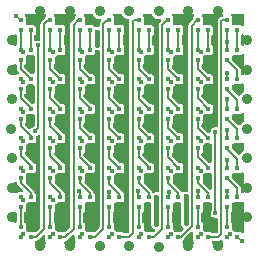
<source format=gtl>
G04 #@! TF.GenerationSoftware,KiCad,Pcbnew,9.0.0*
G04 #@! TF.CreationDate,2025-03-15T13:02:56+01:00*
G04 #@! TF.ProjectId,snowpixel,736e6f77-7069-4786-956c-2e6b69636164,rev?*
G04 #@! TF.SameCoordinates,Original*
G04 #@! TF.FileFunction,Copper,L1,Top*
G04 #@! TF.FilePolarity,Positive*
%FSLAX46Y46*%
G04 Gerber Fmt 4.6, Leading zero omitted, Abs format (unit mm)*
G04 Created by KiCad (PCBNEW 9.0.0) date 2025-03-15 13:02:56*
%MOMM*%
%LPD*%
G01*
G04 APERTURE LIST*
G04 #@! TA.AperFunction,SMDPad,CuDef*
%ADD10R,0.450000X0.450000*%
G04 #@! TD*
G04 #@! TA.AperFunction,ComponentPad*
%ADD11C,0.900000*%
G04 #@! TD*
G04 #@! TA.AperFunction,ViaPad*
%ADD12C,0.400000*%
G04 #@! TD*
G04 #@! TA.AperFunction,Conductor*
%ADD13C,0.200000*%
G04 #@! TD*
G04 #@! TA.AperFunction,Conductor*
%ADD14C,0.400000*%
G04 #@! TD*
G04 APERTURE END LIST*
D10*
X120025000Y-69375000D03*
X119175000Y-69375000D03*
X120025000Y-68525000D03*
X119175000Y-68525000D03*
X111675000Y-64375000D03*
X111675000Y-63525000D03*
X112525000Y-64375000D03*
X112525000Y-63525000D03*
X117525000Y-69375000D03*
X116675000Y-69375000D03*
X117525000Y-68525000D03*
X116675000Y-68525000D03*
X121675000Y-56875000D03*
X121675000Y-56025000D03*
X122525000Y-56875000D03*
X122525000Y-56025000D03*
X111675000Y-54375000D03*
X111675000Y-53525000D03*
X112525000Y-54375000D03*
X112525000Y-53525000D03*
X110025000Y-69375000D03*
X109175000Y-69375000D03*
X110025000Y-68525000D03*
X109175000Y-68525000D03*
X119175000Y-54375000D03*
X119175000Y-53525000D03*
X120025000Y-54375000D03*
X120025000Y-53525000D03*
X109175000Y-66875000D03*
X109175000Y-66025000D03*
X110025000Y-66875000D03*
X110025000Y-66025000D03*
X111675000Y-59375000D03*
X111675000Y-58525000D03*
X112525000Y-59375000D03*
X112525000Y-58525000D03*
X114175000Y-59375000D03*
X114175000Y-58525000D03*
X115025000Y-59375000D03*
X115025000Y-58525000D03*
X116675000Y-66875000D03*
X116675000Y-66025000D03*
X117525000Y-66875000D03*
X117525000Y-66025000D03*
X124175000Y-54375000D03*
X124175000Y-53525000D03*
X125025000Y-54375000D03*
X125025000Y-53525000D03*
X125025000Y-69375000D03*
X124175000Y-69375000D03*
X125025000Y-68525000D03*
X124175000Y-68525000D03*
X116675000Y-56875000D03*
X116675000Y-56025000D03*
X117525000Y-56875000D03*
X117525000Y-56025000D03*
X121675000Y-59375000D03*
X121675000Y-58525000D03*
X122525000Y-59375000D03*
X122525000Y-58525000D03*
X119175000Y-66875000D03*
X119175000Y-66025000D03*
X120025000Y-66875000D03*
X120025000Y-66025000D03*
X117525000Y-51875000D03*
X116675000Y-51875000D03*
X117525000Y-51025000D03*
X116675000Y-51025000D03*
X112525000Y-51875000D03*
X111675000Y-51875000D03*
X112525000Y-51025000D03*
X111675000Y-51025000D03*
X111675000Y-66875000D03*
X111675000Y-66025000D03*
X112525000Y-66875000D03*
X112525000Y-66025000D03*
X120025000Y-51875000D03*
X119175000Y-51875000D03*
X120025000Y-51025000D03*
X119175000Y-51025000D03*
X114175000Y-56875000D03*
X114175000Y-56025000D03*
X115025000Y-56875000D03*
X115025000Y-56025000D03*
X119175000Y-56875000D03*
X119175000Y-56025000D03*
X120025000Y-56875000D03*
X120025000Y-56025000D03*
X119175000Y-61875000D03*
X119175000Y-61025000D03*
X120025000Y-61875000D03*
X120025000Y-61025000D03*
X124175000Y-61875000D03*
X124175000Y-61025000D03*
X125025000Y-61875000D03*
X125025000Y-61025000D03*
X110025000Y-51875000D03*
X109175000Y-51875000D03*
X110025000Y-51025000D03*
X109175000Y-51025000D03*
X126675000Y-56875000D03*
X126675000Y-56025000D03*
X127525000Y-56875000D03*
X127525000Y-56025000D03*
X119175000Y-59375000D03*
X119175000Y-58525000D03*
X120025000Y-59375000D03*
X120025000Y-58525000D03*
X127525000Y-69375000D03*
X126675000Y-69375000D03*
X127525000Y-68525000D03*
X126675000Y-68525000D03*
X111675000Y-61875000D03*
X111675000Y-61025000D03*
X112525000Y-61875000D03*
X112525000Y-61025000D03*
X122525000Y-51875000D03*
X121675000Y-51875000D03*
X122525000Y-51025000D03*
X121675000Y-51025000D03*
X121675000Y-66875000D03*
X121675000Y-66025000D03*
X122525000Y-66875000D03*
X122525000Y-66025000D03*
X119175000Y-64375000D03*
X119175000Y-63525000D03*
X120025000Y-64375000D03*
X120025000Y-63525000D03*
X116675000Y-64375000D03*
X116675000Y-63525000D03*
X117525000Y-64375000D03*
X117525000Y-63525000D03*
X111675000Y-56875000D03*
X111675000Y-56025000D03*
X112525000Y-56875000D03*
X112525000Y-56025000D03*
X126675000Y-66875000D03*
X126675000Y-66025000D03*
X127525000Y-66875000D03*
X127525000Y-66025000D03*
X109175000Y-61875000D03*
X109175000Y-61025000D03*
X110025000Y-61875000D03*
X110025000Y-61025000D03*
X114175000Y-64375000D03*
X114175000Y-63525000D03*
X115025000Y-64375000D03*
X115025000Y-63525000D03*
X124175000Y-56875000D03*
X124175000Y-56025000D03*
X125025000Y-56875000D03*
X125025000Y-56025000D03*
X126675000Y-61875000D03*
X126675000Y-61025000D03*
X127525000Y-61875000D03*
X127525000Y-61025000D03*
X116675000Y-61875000D03*
X116675000Y-61025000D03*
X117525000Y-61875000D03*
X117525000Y-61025000D03*
X124175000Y-59375000D03*
X124175000Y-58525000D03*
X125025000Y-59375000D03*
X125025000Y-58525000D03*
X114175000Y-61875000D03*
X114175000Y-61025000D03*
X115025000Y-61875000D03*
X115025000Y-61025000D03*
X124175000Y-66875000D03*
X124175000Y-66025000D03*
X125025000Y-66875000D03*
X125025000Y-66025000D03*
X124175000Y-64375000D03*
X124175000Y-63525000D03*
X125025000Y-64375000D03*
X125025000Y-63525000D03*
X109175000Y-54375000D03*
X109175000Y-53525000D03*
X110025000Y-54375000D03*
X110025000Y-53525000D03*
X116675000Y-54375000D03*
X116675000Y-53525000D03*
X117525000Y-54375000D03*
X117525000Y-53525000D03*
X125025000Y-51875000D03*
X124175000Y-51875000D03*
X125025000Y-51025000D03*
X124175000Y-51025000D03*
X109175000Y-59375000D03*
X109175000Y-58525000D03*
X110025000Y-59375000D03*
X110025000Y-58525000D03*
X126675000Y-64375000D03*
X126675000Y-63525000D03*
X127525000Y-64375000D03*
X127525000Y-63525000D03*
X109175000Y-56875000D03*
X109175000Y-56025000D03*
X110025000Y-56875000D03*
X110025000Y-56025000D03*
X121675000Y-54375000D03*
X121675000Y-53525000D03*
X122525000Y-54375000D03*
X122525000Y-53525000D03*
X127525000Y-51875000D03*
X126675000Y-51875000D03*
X127525000Y-51025000D03*
X126675000Y-51025000D03*
X112525000Y-69375000D03*
X111675000Y-69375000D03*
X112525000Y-68525000D03*
X111675000Y-68525000D03*
X122525000Y-69375000D03*
X121675000Y-69375000D03*
X122525000Y-68525000D03*
X121675000Y-68525000D03*
X115025000Y-69375000D03*
X114175000Y-69375000D03*
X115025000Y-68525000D03*
X114175000Y-68525000D03*
X116675000Y-59375000D03*
X116675000Y-58525000D03*
X117525000Y-59375000D03*
X117525000Y-58525000D03*
X121675000Y-64375000D03*
X121675000Y-63525000D03*
X122525000Y-64375000D03*
X122525000Y-63525000D03*
X115025000Y-51875000D03*
X114175000Y-51875000D03*
X115025000Y-51025000D03*
X114175000Y-51025000D03*
X121675000Y-61875000D03*
X121675000Y-61025000D03*
X122525000Y-61875000D03*
X122525000Y-61025000D03*
X114175000Y-66875000D03*
X114175000Y-66025000D03*
X115025000Y-66875000D03*
X115025000Y-66025000D03*
X114175000Y-54375000D03*
X114175000Y-53525000D03*
X115025000Y-54375000D03*
X115025000Y-53525000D03*
X126675000Y-54375000D03*
X126675000Y-53525000D03*
X127525000Y-54375000D03*
X127525000Y-53525000D03*
X109175000Y-64375000D03*
X109175000Y-63525000D03*
X110025000Y-64375000D03*
X110025000Y-63525000D03*
X126675000Y-59375000D03*
X126675000Y-58525000D03*
X127525000Y-59375000D03*
X127525000Y-58525000D03*
D11*
X108400000Y-65200000D03*
X123350000Y-50250000D03*
X120850000Y-50250000D03*
X118350000Y-70175000D03*
X113350000Y-70150000D03*
X125850000Y-50250000D03*
X108400000Y-55200000D03*
X110850000Y-50250000D03*
X115850000Y-50250000D03*
X110850000Y-70150000D03*
X115850000Y-70150000D03*
X108400000Y-67700000D03*
X108400000Y-62700000D03*
X125850000Y-70150000D03*
X108400000Y-52700000D03*
X128300000Y-62700000D03*
X118350000Y-50250000D03*
X113350000Y-50250000D03*
X108400000Y-57700000D03*
X108395000Y-60200000D03*
X128300000Y-60200000D03*
X120850000Y-70179775D03*
X128300000Y-52700000D03*
X128300000Y-55200000D03*
X128300000Y-67700000D03*
X128300000Y-57700000D03*
X123350000Y-70150000D03*
X128300000Y-65200000D03*
D12*
X123150000Y-65940000D03*
X119399998Y-69150001D03*
X119399998Y-53750000D03*
X111899999Y-66249998D03*
X109399998Y-66250000D03*
X126650000Y-60325000D03*
X119399999Y-63749998D03*
X121695093Y-65547307D03*
X114399999Y-56249998D03*
X114399998Y-69150002D03*
X109399999Y-58749998D03*
X126899998Y-69150001D03*
X124399999Y-63749998D03*
X114399999Y-61249998D03*
X109399999Y-56249998D03*
X109399999Y-63749998D03*
X114399999Y-63749998D03*
X114399998Y-58749999D03*
X111899998Y-56249999D03*
X124399998Y-56250000D03*
X111899998Y-53750000D03*
X123150000Y-68220000D03*
X124399998Y-69150001D03*
X116899999Y-58749998D03*
X121900000Y-69150002D03*
X126650000Y-52850000D03*
X126650000Y-55450000D03*
X120650000Y-68290000D03*
X126650000Y-57700000D03*
X116899998Y-56249999D03*
X111899999Y-61249998D03*
X109399998Y-53749999D03*
X124149999Y-65513013D03*
X119399998Y-56250000D03*
X115650000Y-51975000D03*
X121899999Y-56249998D03*
X116899999Y-53749998D03*
X116900000Y-69150002D03*
X116899998Y-63750000D03*
X124399998Y-53749999D03*
X121899998Y-58749999D03*
X121899998Y-61249999D03*
X109399999Y-61249998D03*
X116649999Y-65531413D03*
X126669400Y-62884400D03*
X124399999Y-58749998D03*
X114399998Y-53749999D03*
X119149999Y-65516813D03*
X121900000Y-63749998D03*
X116899999Y-61250001D03*
X120650000Y-66000000D03*
X111899998Y-69150001D03*
X114150000Y-65520613D03*
X126650000Y-65449800D03*
X119399999Y-61249998D03*
X124399999Y-61249998D03*
X119399999Y-58749998D03*
X115609687Y-53125000D03*
X111899999Y-58749998D03*
X109399998Y-69150001D03*
X121899998Y-53750000D03*
X111899999Y-63749998D03*
X108800000Y-50650000D03*
X110650000Y-53149999D03*
X110384994Y-60423466D03*
X115036200Y-54985000D03*
X117525400Y-57448800D03*
X120014600Y-57448800D03*
X125043800Y-59963400D03*
X117525400Y-59938000D03*
X119800001Y-51249998D03*
X122503800Y-62427200D03*
X127300002Y-64150001D03*
X119800002Y-66650001D03*
X122529200Y-64967200D03*
X127300002Y-66650001D03*
X117525400Y-62478000D03*
X120040000Y-62478000D03*
X115036200Y-64992600D03*
X112521600Y-57499600D03*
X127300002Y-56650001D03*
X117300001Y-51249998D03*
X109800001Y-51249998D03*
X122529200Y-59938000D03*
X125650000Y-68819200D03*
X110150000Y-57400000D03*
X127300002Y-61650001D03*
X115036200Y-57474200D03*
X125018400Y-54959600D03*
X110050000Y-62478000D03*
X110025000Y-59875000D03*
X127300001Y-51249998D03*
X120040000Y-54959600D03*
X125018400Y-62452600D03*
X110032400Y-64941800D03*
X112521600Y-59963400D03*
X124800002Y-66650001D03*
X122529200Y-54959600D03*
X125043800Y-57448800D03*
X122529200Y-57448800D03*
X117300001Y-66650002D03*
X124800001Y-51249998D03*
X122300001Y-51249998D03*
X120014600Y-59938000D03*
X110025000Y-55061200D03*
X112300001Y-51249998D03*
X112521600Y-55035800D03*
X114800002Y-66650001D03*
X115036200Y-62478000D03*
X112521600Y-62452600D03*
X122300002Y-66650001D03*
X127334600Y-54150002D03*
X112521600Y-64967200D03*
X117525400Y-54959600D03*
X117525400Y-64992600D03*
X114800001Y-51249998D03*
X120014600Y-64967200D03*
X127300002Y-59150001D03*
X115036200Y-59988800D03*
X125018400Y-64967200D03*
X127900000Y-69750000D03*
X125650000Y-60500000D03*
X125650000Y-67329400D03*
D13*
X110025000Y-51875000D02*
X110025000Y-53525000D01*
D14*
X115650000Y-53084687D02*
X115650000Y-51975000D01*
D13*
X119175000Y-63525000D02*
X119175001Y-63525000D01*
X111675000Y-69375000D02*
X111675000Y-69374999D01*
X114150000Y-65520613D02*
X114175000Y-65545613D01*
X111675000Y-58525000D02*
X111675001Y-58525000D01*
X111675000Y-61025000D02*
X111675001Y-61025000D01*
X119175000Y-56025000D02*
X119175000Y-56025002D01*
X119175000Y-56025002D02*
X119399998Y-56250000D01*
X111675000Y-69374999D02*
X111899998Y-69150001D01*
X116675000Y-56025000D02*
X116675000Y-56025001D01*
X124175001Y-61025000D02*
X124399999Y-61249998D01*
X111675001Y-58525000D02*
X111899999Y-58749998D01*
X119175000Y-58525000D02*
X119175001Y-58525000D01*
X114175001Y-63525000D02*
X114399999Y-63749998D01*
X109175000Y-63525000D02*
X109175001Y-63525000D01*
X126650000Y-55450000D02*
X126650000Y-56000000D01*
X109175000Y-66025002D02*
X109399998Y-66250000D01*
X121675000Y-53525002D02*
X121899998Y-53750000D01*
X126675000Y-52875000D02*
X126675000Y-53525000D01*
X124149999Y-65513013D02*
X124149999Y-65999999D01*
X124175000Y-58525000D02*
X124175001Y-58525000D01*
X116675000Y-58525000D02*
X116675001Y-58525000D01*
X119149999Y-65516813D02*
X119149999Y-65999999D01*
X126650000Y-65449800D02*
X126650000Y-66000000D01*
X109175000Y-61025000D02*
X109175001Y-61025000D01*
X119175000Y-69375000D02*
X119175000Y-69374999D01*
X116675002Y-69375000D02*
X116900000Y-69150002D01*
X124175001Y-58525000D02*
X124399999Y-58749998D01*
X126675000Y-52825000D02*
X126675000Y-51875000D01*
X124175000Y-53525001D02*
X124399998Y-53749999D01*
X116675000Y-56025001D02*
X116899998Y-56249999D01*
X124175000Y-63525000D02*
X124175001Y-63525000D01*
X119175000Y-51875000D02*
X119175000Y-53525002D01*
X116649999Y-65999999D02*
X116675000Y-66025000D01*
X126669400Y-63519400D02*
X126675000Y-63525000D01*
X126650000Y-52850000D02*
X126675000Y-52825000D01*
X124175000Y-69375000D02*
X124175000Y-69374999D01*
X124175001Y-63525000D02*
X124399999Y-63749998D01*
X109175000Y-69375000D02*
X109175000Y-69374999D01*
X116675001Y-58525000D02*
X116899999Y-58749998D01*
D14*
X120650000Y-66000000D02*
X120650000Y-68290000D01*
D13*
X121675001Y-56025000D02*
X121899999Y-56249998D01*
X111675001Y-61025000D02*
X111899999Y-61249998D01*
X116675000Y-63525000D02*
X116675000Y-63525002D01*
X126650000Y-66000000D02*
X126675000Y-66025000D01*
X114175000Y-69375000D02*
X114399998Y-69150002D01*
X111675000Y-63525000D02*
X111675001Y-63525000D01*
X121675000Y-58525000D02*
X121675000Y-58525001D01*
X119175000Y-53525002D02*
X119399998Y-53750000D01*
X126650000Y-60325000D02*
X126650000Y-61000000D01*
X114175001Y-61025000D02*
X114399999Y-61249998D01*
X126675000Y-69374999D02*
X126899998Y-69150001D01*
X121695093Y-65547307D02*
X121695093Y-66004907D01*
X109175000Y-51875000D02*
X109175000Y-53525001D01*
X116675000Y-63525002D02*
X116899998Y-63750000D01*
X121675000Y-61025000D02*
X121675000Y-61025001D01*
X114175000Y-53525001D02*
X114399998Y-53749999D01*
X119175001Y-58525000D02*
X119399999Y-58749998D01*
X124175000Y-56025002D02*
X124399998Y-56250000D01*
X109175000Y-69374999D02*
X109399998Y-69150001D01*
X116675001Y-53525000D02*
X116899999Y-53749998D01*
X114175000Y-58525001D02*
X114399998Y-58749999D01*
X111675001Y-63525000D02*
X111899999Y-63749998D01*
X109175001Y-61025000D02*
X109399999Y-61249998D01*
X126669400Y-62884400D02*
X126669400Y-63519400D01*
X124175000Y-61025000D02*
X124175001Y-61025000D01*
X111675000Y-66025000D02*
X111675001Y-66025000D01*
X116675000Y-61025000D02*
X116675000Y-61025002D01*
X121675000Y-61025001D02*
X121899998Y-61249999D01*
X111675001Y-66025000D02*
X111899999Y-66249998D01*
X121675000Y-51875000D02*
X121675000Y-53525002D01*
D14*
X115609687Y-53125000D02*
X115650000Y-53084687D01*
D13*
X116649999Y-65531413D02*
X116649999Y-65999999D01*
X124175000Y-69374999D02*
X124399998Y-69150001D01*
X126650000Y-56000000D02*
X126675000Y-56025000D01*
X119175001Y-61025000D02*
X119399999Y-61249998D01*
X114175001Y-56025000D02*
X114399999Y-56249998D01*
X124149999Y-65999999D02*
X124175000Y-66025000D01*
X121695093Y-66004907D02*
X121675000Y-66025000D01*
X111675000Y-56025000D02*
X111675000Y-56025001D01*
X126675000Y-69375000D02*
X126675000Y-69374999D01*
X109175000Y-56025000D02*
X109175001Y-56025000D01*
X126650000Y-61000000D02*
X126675000Y-61025000D01*
X114175000Y-56025000D02*
X114175001Y-56025000D01*
X121675000Y-58525001D02*
X121899998Y-58749999D01*
X111675000Y-56025001D02*
X111899998Y-56249999D01*
X124175000Y-51875000D02*
X124175000Y-53525001D01*
X114175000Y-63525000D02*
X114175001Y-63525000D01*
X111675000Y-51875000D02*
X111675000Y-53525002D01*
X116675000Y-69375000D02*
X116675002Y-69375000D01*
X114175000Y-61025000D02*
X114175001Y-61025000D01*
X126650000Y-57700000D02*
X126675000Y-57725000D01*
D14*
X123150000Y-68220000D02*
X123150000Y-65940000D01*
D13*
X119175001Y-63525000D02*
X119399999Y-63749998D01*
X109175001Y-58525000D02*
X109399999Y-58749998D01*
X121675002Y-63525000D02*
X121900000Y-63749998D01*
X121675000Y-56025000D02*
X121675001Y-56025000D01*
X119149999Y-65999999D02*
X119175000Y-66025000D01*
X114175000Y-58525000D02*
X114175000Y-58525001D01*
X119175000Y-69374999D02*
X119399998Y-69150001D01*
X109175000Y-53525001D02*
X109399998Y-53749999D01*
X109175000Y-66025000D02*
X109175000Y-66025002D01*
X126650000Y-52850000D02*
X126675000Y-52875000D01*
X111675000Y-53525002D02*
X111899998Y-53750000D01*
X116675000Y-53525000D02*
X116675001Y-53525000D01*
X116675000Y-61025002D02*
X116899999Y-61250001D01*
X114175000Y-51875000D02*
X114175000Y-53525001D01*
X116675000Y-51875000D02*
X116675000Y-53525000D01*
X121675000Y-63525000D02*
X121675002Y-63525000D01*
X109175001Y-56025000D02*
X109399999Y-56249998D01*
X121675000Y-69375000D02*
X121675002Y-69375000D01*
X109175001Y-63525000D02*
X109399999Y-63749998D01*
X109175000Y-58525000D02*
X109175001Y-58525000D01*
X126675000Y-57725000D02*
X126675000Y-58525000D01*
X114175000Y-65545613D02*
X114175000Y-66025000D01*
X121675002Y-69375000D02*
X121900000Y-69150002D01*
X119175000Y-61025000D02*
X119175001Y-61025000D01*
X124175000Y-56025000D02*
X124175000Y-56025002D01*
X110650000Y-60158460D02*
X110384994Y-60423466D01*
X110650000Y-56940800D02*
X110650000Y-60158460D01*
X110650000Y-53149999D02*
X110650000Y-56940800D01*
X108800000Y-50650000D02*
X109175000Y-51025000D01*
X125025000Y-67786600D02*
X125025000Y-68525000D01*
X117525000Y-56875000D02*
X117525000Y-57448400D01*
X115025000Y-64375000D02*
X115025000Y-64981400D01*
X115025000Y-56875000D02*
X115025000Y-57463000D01*
X127524999Y-51025000D02*
X127300001Y-51249998D01*
X120025000Y-64375000D02*
X120025000Y-64956800D01*
X110025000Y-68525000D02*
X110025000Y-66875000D01*
X112525000Y-56875000D02*
X112525000Y-57496200D01*
X117525000Y-61875000D02*
X117525000Y-62477600D01*
X127525000Y-66875000D02*
X127525000Y-66874999D01*
X112525000Y-64375000D02*
X112525000Y-64963800D01*
X115025000Y-64981400D02*
X115036200Y-64992600D01*
X125025000Y-54953000D02*
X125025000Y-54375000D01*
X127525000Y-54375000D02*
X127525000Y-54340402D01*
X117525000Y-64992200D02*
X117525400Y-64992600D01*
X122524999Y-51025000D02*
X122300001Y-51249998D01*
X110025000Y-64375000D02*
X110025000Y-64934400D01*
X115036200Y-59988800D02*
X115025000Y-59977600D01*
X112525000Y-51025000D02*
X112524999Y-51025000D01*
X110025000Y-57275000D02*
X110025000Y-56875000D01*
X125018400Y-54959600D02*
X125025000Y-54953000D01*
X127525000Y-64374999D02*
X127300002Y-64150001D01*
X127525000Y-61875000D02*
X127525000Y-61874999D01*
X112525000Y-59375000D02*
X112525000Y-59960000D01*
X112524999Y-51025000D02*
X112300001Y-51249998D01*
X110025000Y-62453000D02*
X110025000Y-61875000D01*
X125650000Y-68819200D02*
X125025000Y-68194200D01*
X122525000Y-56875000D02*
X122525000Y-57444600D01*
X112521600Y-55035800D02*
X112525000Y-55032400D01*
X125025000Y-62446000D02*
X125018400Y-62452600D01*
X124800002Y-66650001D02*
X125025000Y-66874999D01*
X110025000Y-64934400D02*
X110032400Y-64941800D01*
X122525000Y-59933800D02*
X122529200Y-59938000D01*
X120025000Y-54375000D02*
X120025000Y-54944600D01*
X122525000Y-59375000D02*
X122525000Y-59933800D01*
X112525000Y-59960000D02*
X112521600Y-59963400D01*
X117525000Y-59937600D02*
X117525400Y-59938000D01*
X125025000Y-64960600D02*
X125018400Y-64967200D01*
X117525000Y-66875000D02*
X117524999Y-66875000D01*
X122525000Y-64963000D02*
X122529200Y-64967200D01*
X117525000Y-62477600D02*
X117525400Y-62478000D01*
X115025000Y-66874999D02*
X114800002Y-66650001D01*
X127525000Y-56874999D02*
X127300002Y-56650001D01*
X127525000Y-54340402D02*
X127334600Y-54150002D01*
X125025000Y-57430000D02*
X125043800Y-57448800D01*
X120025000Y-64956800D02*
X120014600Y-64967200D01*
X117525000Y-54959200D02*
X117525400Y-54959600D01*
X120025000Y-59375000D02*
X120025000Y-59927600D01*
X120025000Y-54944600D02*
X120040000Y-54959600D01*
X127525000Y-59375000D02*
X127525000Y-59374999D01*
X120025000Y-57438400D02*
X120025000Y-56875000D01*
X127525000Y-56875000D02*
X127525000Y-56874999D01*
X125025000Y-51025000D02*
X125024999Y-51025000D01*
X112525000Y-64963800D02*
X112521600Y-64967200D01*
X115025000Y-61875000D02*
X115025000Y-62466800D01*
X125024999Y-51025000D02*
X124800001Y-51249998D01*
X120025000Y-66875000D02*
X120025000Y-68525000D01*
X125025000Y-64375000D02*
X125025000Y-64960600D01*
X115025000Y-51025000D02*
X115024999Y-51025000D01*
X112525000Y-62449200D02*
X112521600Y-62452600D01*
X125025000Y-59944600D02*
X125043800Y-59963400D01*
X127525000Y-66874999D02*
X127300002Y-66650001D01*
X117525000Y-66875000D02*
X117525000Y-68525000D01*
X125025000Y-59375000D02*
X125025000Y-59944600D01*
X120025000Y-66875000D02*
X120025000Y-66874999D01*
X112525000Y-57496200D02*
X112521600Y-57499600D01*
X110025000Y-51025000D02*
X110024999Y-51025000D01*
X120024999Y-51025000D02*
X119800001Y-51249998D01*
X125025000Y-61875000D02*
X125025000Y-62446000D01*
X127525000Y-61874999D02*
X127300002Y-61650001D01*
X110025000Y-55061200D02*
X110025000Y-54375000D01*
X115025000Y-59977600D02*
X115025000Y-59375000D01*
X120025000Y-62463000D02*
X120040000Y-62478000D01*
X120025000Y-66874999D02*
X119800002Y-66650001D01*
X122525000Y-64375000D02*
X122525000Y-64963000D01*
X122525000Y-51025000D02*
X122524999Y-51025000D01*
X117525000Y-64375000D02*
X117525000Y-64992200D01*
X110024999Y-51025000D02*
X109800001Y-51249998D01*
X125025000Y-66874999D02*
X125025000Y-66875000D01*
X120025000Y-61875000D02*
X120025000Y-62463000D01*
X120014600Y-57448800D02*
X120025000Y-57438400D01*
X117525000Y-51025000D02*
X117524999Y-51025000D01*
X117525000Y-57448400D02*
X117525400Y-57448800D01*
X110050000Y-62478000D02*
X110025000Y-62453000D01*
X127525000Y-59374999D02*
X127300002Y-59150001D01*
X120025000Y-59927600D02*
X120014600Y-59938000D01*
X122525000Y-54955400D02*
X122529200Y-54959600D01*
X125025000Y-56875000D02*
X125025000Y-57430000D01*
X112525000Y-61875000D02*
X112525000Y-62449200D01*
X127525000Y-64375000D02*
X127525000Y-64374999D01*
X122525000Y-66875000D02*
X122525000Y-66874999D01*
X115025000Y-66875000D02*
X115025000Y-66874999D01*
X122525000Y-57444600D02*
X122529200Y-57448800D01*
X122525000Y-54375000D02*
X122525000Y-54955400D01*
X127525000Y-66875000D02*
X127525000Y-68525000D01*
X117525000Y-59375000D02*
X117525000Y-59937600D01*
X110025000Y-59875000D02*
X110025000Y-59375000D01*
X112525000Y-66875000D02*
X112525000Y-68525000D01*
X117524999Y-51025000D02*
X117300001Y-51249998D01*
X115024999Y-51025000D02*
X114800001Y-51249998D01*
X125025000Y-68194200D02*
X125025000Y-67786600D01*
X115025000Y-54375000D02*
X115025000Y-54973800D01*
X122525000Y-66874999D02*
X122300002Y-66650001D01*
X115025000Y-54973800D02*
X115036200Y-54985000D01*
X125025000Y-66875000D02*
X125025000Y-67786600D01*
X110150000Y-57400000D02*
X110025000Y-57275000D01*
X115025000Y-62466800D02*
X115036200Y-62478000D01*
X122525000Y-66875000D02*
X122525000Y-68525000D01*
X120025000Y-51025000D02*
X120024999Y-51025000D01*
X117524999Y-66875000D02*
X117300001Y-66650002D01*
X127525000Y-51025000D02*
X127524999Y-51025000D01*
X112525000Y-55032400D02*
X112525000Y-54375000D01*
X117525000Y-54375000D02*
X117525000Y-54959200D01*
X122525000Y-61875000D02*
X122525000Y-62406000D01*
X115025000Y-57463000D02*
X115036200Y-57474200D01*
X115025000Y-66875000D02*
X115025000Y-68525000D01*
X122525000Y-62406000D02*
X122503800Y-62427200D01*
X110025000Y-55993600D02*
X110025000Y-56025000D01*
X109175000Y-55143600D02*
X110025000Y-55993600D01*
X109175000Y-54375000D02*
X109175000Y-55143600D01*
X110025000Y-58482800D02*
X110025000Y-58525000D01*
X109175000Y-57632800D02*
X110025000Y-58482800D01*
X109175000Y-56875000D02*
X109175000Y-57632800D01*
X110025000Y-60825000D02*
X110025000Y-61025000D01*
X109175000Y-59375000D02*
X109175000Y-59975000D01*
X109175000Y-59975000D02*
X110025000Y-60825000D01*
X110025000Y-63325000D02*
X110025000Y-63525000D01*
X109175000Y-61875000D02*
X109175000Y-62475000D01*
X109175000Y-62475000D02*
X110025000Y-63325000D01*
X109175000Y-64791507D02*
X110025000Y-65641507D01*
X109175000Y-64375000D02*
X109175000Y-64791507D01*
X110025000Y-65641507D02*
X110025000Y-66025000D01*
X109175000Y-66875000D02*
X109175000Y-68525000D01*
X110025000Y-69375000D02*
X110450000Y-69375000D01*
X111475000Y-51025000D02*
X111675000Y-51025000D01*
X110450000Y-69375000D02*
X111150000Y-68675000D01*
X111150000Y-68675000D02*
X111150000Y-51350000D01*
X111150000Y-51350000D02*
X111475000Y-51025000D01*
X112525000Y-51875000D02*
X112525000Y-53525000D01*
X111675000Y-54375000D02*
X111675000Y-55129000D01*
X112525000Y-55979000D02*
X112525000Y-56025000D01*
X111675000Y-55129000D02*
X112525000Y-55979000D01*
X111675000Y-57635500D02*
X112525000Y-58485500D01*
X111675000Y-56875000D02*
X111675000Y-57635500D01*
X112525000Y-58485500D02*
X112525000Y-58525000D01*
X111675000Y-59375000D02*
X111675000Y-59975000D01*
X112525000Y-60825000D02*
X112525000Y-61025000D01*
X111675000Y-59975000D02*
X112525000Y-60825000D01*
X111675000Y-62475000D02*
X112525000Y-63325000D01*
X112525000Y-63325000D02*
X112525000Y-63525000D01*
X111675000Y-61875000D02*
X111675000Y-62475000D01*
X111675000Y-64827707D02*
X112525000Y-65677707D01*
X111675000Y-64375000D02*
X111675000Y-64827707D01*
X112525000Y-65677707D02*
X112525000Y-66025000D01*
X111675000Y-66875000D02*
X111675000Y-68525000D01*
X112525000Y-69375000D02*
X112950000Y-69375000D01*
X112950000Y-69375000D02*
X113650000Y-68675000D01*
X113650000Y-68675000D02*
X113650000Y-51403600D01*
X114028600Y-51025000D02*
X114175000Y-51025000D01*
X113650000Y-51403600D02*
X114028600Y-51025000D01*
X115025000Y-51875000D02*
X115025000Y-53525000D01*
X114175000Y-55114400D02*
X115025000Y-55964400D01*
X115025000Y-55964400D02*
X115025000Y-56025000D01*
X114175000Y-54375000D02*
X114175000Y-55114400D01*
X114175000Y-56875000D02*
X114175000Y-57629000D01*
X114175000Y-57629000D02*
X115025000Y-58479000D01*
X115025000Y-58479000D02*
X115025000Y-58525000D01*
X114175000Y-59375000D02*
X114175000Y-60143600D01*
X115025000Y-60993600D02*
X115025000Y-61025000D01*
X114175000Y-60143600D02*
X115025000Y-60993600D01*
X115025000Y-63482800D02*
X115025000Y-63525000D01*
X114175000Y-61875000D02*
X114175000Y-62632800D01*
X114175000Y-62632800D02*
X115025000Y-63482800D01*
X114175000Y-64838507D02*
X115025000Y-65688507D01*
X114175000Y-64375000D02*
X114175000Y-64838507D01*
X115025000Y-65688507D02*
X115025000Y-66025000D01*
X114175000Y-66875000D02*
X114175000Y-68525000D01*
X116150000Y-68675000D02*
X116150000Y-51350000D01*
X115025000Y-69375000D02*
X115450000Y-69375000D01*
X116475000Y-51025000D02*
X116675000Y-51025000D01*
X116150000Y-51350000D02*
X116475000Y-51025000D01*
X115450000Y-69375000D02*
X116150000Y-68675000D01*
X117525000Y-51875000D02*
X117525000Y-53525000D01*
X116675000Y-54375000D02*
X116675000Y-55150600D01*
X116675000Y-55150600D02*
X117525000Y-56000600D01*
X117525000Y-56000600D02*
X117525000Y-56025000D01*
X116675000Y-57639800D02*
X117525000Y-58489800D01*
X116675000Y-56875000D02*
X116675000Y-57639800D01*
X117525000Y-58489800D02*
X117525000Y-58525000D01*
X116675000Y-60129000D02*
X117525000Y-60979000D01*
X117525000Y-60979000D02*
X117525000Y-61025000D01*
X116675000Y-59375000D02*
X116675000Y-60129000D01*
X117525000Y-63493600D02*
X117525000Y-63525000D01*
X116675000Y-62643600D02*
X117525000Y-63493600D01*
X116675000Y-61875000D02*
X116675000Y-62643600D01*
X116675000Y-64849307D02*
X117525000Y-65699307D01*
X117525000Y-65699307D02*
X117525000Y-66025000D01*
X116675000Y-64375000D02*
X116675000Y-64849307D01*
X116675000Y-66875000D02*
X116675000Y-68525000D01*
X118650000Y-51125000D02*
X118750000Y-51025000D01*
X118350000Y-69375000D02*
X118650000Y-69075000D01*
X117525000Y-69375000D02*
X118350000Y-69375000D01*
X118650000Y-69075000D02*
X118650000Y-51125000D01*
X118750000Y-51025000D02*
X119175000Y-51025000D01*
X120025000Y-51875000D02*
X120025000Y-53525000D01*
X119175000Y-54375000D02*
X119175000Y-55136000D01*
X120025000Y-55986000D02*
X120025000Y-56025000D01*
X119175000Y-55136000D02*
X120025000Y-55986000D01*
X119175000Y-57650600D02*
X120025000Y-58500600D01*
X119175000Y-56875000D02*
X119175000Y-57650600D01*
X120025000Y-58500600D02*
X120025000Y-58525000D01*
X119175000Y-60139800D02*
X120025000Y-60989800D01*
X120025000Y-60989800D02*
X120025000Y-61025000D01*
X119175000Y-59375000D02*
X119175000Y-60139800D01*
X119175000Y-61875000D02*
X119175000Y-62629000D01*
X120025000Y-63479000D02*
X120025000Y-63525000D01*
X119175000Y-62629000D02*
X120025000Y-63479000D01*
X119175000Y-64834707D02*
X120025000Y-65684707D01*
X120025000Y-65684707D02*
X120025000Y-66025000D01*
X119175000Y-64375000D02*
X119175000Y-64834707D01*
X119175000Y-66875000D02*
X119175000Y-68525000D01*
X121150000Y-68675000D02*
X121150000Y-51403600D01*
X120025000Y-69375000D02*
X120450000Y-69375000D01*
X121150000Y-51403600D02*
X121528600Y-51025000D01*
X121528600Y-51025000D02*
X121675000Y-51025000D01*
X120450000Y-69375000D02*
X121150000Y-68675000D01*
X122525000Y-51875000D02*
X122525000Y-53525000D01*
X121675000Y-55146800D02*
X122525000Y-55996800D01*
X121675000Y-54375000D02*
X121675000Y-55146800D01*
X122525000Y-55996800D02*
X122525000Y-56025000D01*
X122525000Y-58486000D02*
X122525000Y-58525000D01*
X121675000Y-57636000D02*
X122525000Y-58486000D01*
X121675000Y-56875000D02*
X121675000Y-57636000D01*
X121675000Y-59375000D02*
X121675000Y-60150600D01*
X122525000Y-61000600D02*
X122525000Y-61025000D01*
X121675000Y-60150600D02*
X122525000Y-61000600D01*
X121675000Y-62639800D02*
X122525000Y-63489800D01*
X121675000Y-61875000D02*
X121675000Y-62639800D01*
X122525000Y-63489800D02*
X122525000Y-63525000D01*
X122525000Y-65670107D02*
X122525000Y-66025000D01*
X121675000Y-64820107D02*
X122525000Y-65670107D01*
X121675000Y-64375000D02*
X121675000Y-64820107D01*
X121675000Y-66875000D02*
X121675000Y-68525000D01*
X122525000Y-69375000D02*
X122725000Y-69375000D01*
X123650000Y-51517000D02*
X124142000Y-51025000D01*
X122725000Y-69375000D02*
X123650000Y-68450000D01*
X123650000Y-68450000D02*
X123650000Y-51517000D01*
X124142000Y-51025000D02*
X124175000Y-51025000D01*
X125025000Y-51875000D02*
X125025000Y-53525000D01*
X125025000Y-55982200D02*
X125025000Y-56025000D01*
X124175000Y-54375000D02*
X124175000Y-55132200D01*
X124175000Y-55132200D02*
X125025000Y-55982200D01*
X125025000Y-58496800D02*
X125025000Y-58525000D01*
X124175000Y-56875000D02*
X124175000Y-57646800D01*
X124175000Y-57646800D02*
X125025000Y-58496800D01*
X124175000Y-60136000D02*
X125025000Y-60986000D01*
X125025000Y-60986000D02*
X125025000Y-61025000D01*
X124175000Y-59375000D02*
X124175000Y-60136000D01*
X125025000Y-63475200D02*
X125025000Y-63525000D01*
X124175000Y-62625200D02*
X125025000Y-63475200D01*
X124175000Y-61875000D02*
X124175000Y-62625200D01*
X124175000Y-64830907D02*
X125025000Y-65680907D01*
X125025000Y-65680907D02*
X125025000Y-66025000D01*
X124175000Y-64375000D02*
X124175000Y-64830907D01*
X124175000Y-66875000D02*
X124175000Y-68525000D01*
X126150000Y-69118800D02*
X126150000Y-51125000D01*
X126250000Y-51025000D02*
X126675000Y-51025000D01*
X126150000Y-51125000D02*
X126250000Y-51025000D01*
X125025000Y-69375000D02*
X125893800Y-69375000D01*
X125893800Y-69375000D02*
X126150000Y-69118800D01*
X127525000Y-53525000D02*
X127525000Y-51875000D01*
X127525000Y-55256400D02*
X127525000Y-56025000D01*
X126675000Y-54375000D02*
X126675000Y-54406400D01*
X126675000Y-54406400D02*
X127525000Y-55256400D01*
X126675000Y-56921000D02*
X127525000Y-57771000D01*
X126675000Y-56875000D02*
X126675000Y-56921000D01*
X127525000Y-57771000D02*
X127525000Y-58525000D01*
X127525000Y-60260200D02*
X127525000Y-61025000D01*
X126675000Y-59375000D02*
X126675000Y-59410200D01*
X126675000Y-59410200D02*
X127525000Y-60260200D01*
X127525000Y-62749400D02*
X127525000Y-63525000D01*
X126675000Y-61899400D02*
X127525000Y-62749400D01*
X126675000Y-61875000D02*
X126675000Y-61899400D01*
X126675000Y-64414000D02*
X127525000Y-65264000D01*
X126675000Y-64375000D02*
X126675000Y-64414000D01*
X127525000Y-65264000D02*
X127525000Y-66025000D01*
X126675000Y-66875000D02*
X126675000Y-68525000D01*
X125650000Y-67329400D02*
X125650000Y-60500000D01*
X127525000Y-69375000D02*
X127900000Y-69750000D01*
G04 #@! TA.AperFunction,Conductor*
G36*
X111168833Y-69183650D02*
G01*
X111224767Y-69225521D01*
X111249184Y-69290986D01*
X111249500Y-69299832D01*
X111249500Y-69619752D01*
X111261131Y-69678229D01*
X111261132Y-69678230D01*
X111312233Y-69754707D01*
X111309084Y-69756810D01*
X111332199Y-69799142D01*
X111327215Y-69868834D01*
X111285343Y-69924767D01*
X111219879Y-69949184D01*
X111211033Y-69949500D01*
X110488967Y-69949500D01*
X110421928Y-69929815D01*
X110376173Y-69877011D01*
X110366229Y-69807853D01*
X110386965Y-69754990D01*
X110393861Y-69745013D01*
X110394552Y-69744552D01*
X110405316Y-69728441D01*
X110405864Y-69727650D01*
X110432312Y-69706246D01*
X110458376Y-69684464D01*
X110459674Y-69684103D01*
X110460177Y-69683697D01*
X110461768Y-69683522D01*
X110481807Y-69677961D01*
X110481712Y-69677603D01*
X110489560Y-69675500D01*
X110489562Y-69675500D01*
X110565989Y-69655021D01*
X110634511Y-69615460D01*
X110690460Y-69559511D01*
X110690461Y-69559510D01*
X111037820Y-69212150D01*
X111099142Y-69178666D01*
X111168833Y-69183650D01*
G37*
G04 #@! TD.AperFunction*
G04 #@! TA.AperFunction,Conductor*
G36*
X113668833Y-69183650D02*
G01*
X113724767Y-69225521D01*
X113749184Y-69290986D01*
X113749500Y-69299832D01*
X113749500Y-69619748D01*
X113761133Y-69678231D01*
X113805448Y-69744552D01*
X113813583Y-69749987D01*
X113825014Y-69776671D01*
X113826441Y-69788598D01*
X113832199Y-69799142D01*
X113830517Y-69822647D01*
X113833319Y-69846046D01*
X113828071Y-69856851D01*
X113827215Y-69868834D01*
X113813092Y-69887698D01*
X113802799Y-69908897D01*
X113792541Y-69915151D01*
X113785343Y-69924767D01*
X113763265Y-69933001D01*
X113743144Y-69945270D01*
X113731134Y-69944985D01*
X113719879Y-69949184D01*
X113711033Y-69949500D01*
X112988967Y-69949500D01*
X112921928Y-69929815D01*
X112876173Y-69877011D01*
X112866229Y-69807853D01*
X112889860Y-69756106D01*
X112887767Y-69754708D01*
X112904764Y-69729270D01*
X112958376Y-69684464D01*
X112981807Y-69677961D01*
X112981712Y-69677603D01*
X112989560Y-69675500D01*
X112989562Y-69675500D01*
X113065989Y-69655021D01*
X113134511Y-69615460D01*
X113190460Y-69559511D01*
X113190461Y-69559510D01*
X113537820Y-69212150D01*
X113599142Y-69178666D01*
X113668833Y-69183650D01*
G37*
G04 #@! TD.AperFunction*
G04 #@! TA.AperFunction,Conductor*
G36*
X123643638Y-68945353D02*
G01*
X123677477Y-68947166D01*
X123678411Y-68947839D01*
X123679560Y-68947922D01*
X123706674Y-68968219D01*
X123734150Y-68988031D01*
X123734571Y-68989102D01*
X123735494Y-68989793D01*
X123747334Y-69021537D01*
X123759733Y-69053049D01*
X123759651Y-69054563D01*
X123759911Y-69055258D01*
X123757845Y-69088293D01*
X123749500Y-69130250D01*
X123749500Y-69619752D01*
X123761131Y-69678229D01*
X123761132Y-69678230D01*
X123812233Y-69754707D01*
X123809084Y-69756810D01*
X123832199Y-69799142D01*
X123827215Y-69868834D01*
X123785343Y-69924767D01*
X123719879Y-69949184D01*
X123711033Y-69949500D01*
X122988967Y-69949500D01*
X122921928Y-69929815D01*
X122876173Y-69877011D01*
X122866229Y-69807853D01*
X122889860Y-69756106D01*
X122887767Y-69754707D01*
X122908735Y-69723324D01*
X122938867Y-69678231D01*
X122938867Y-69678229D01*
X122938868Y-69678229D01*
X122950499Y-69619752D01*
X122950500Y-69619748D01*
X122950500Y-69619741D01*
X122951097Y-69613688D01*
X122953982Y-69613972D01*
X122970185Y-69558793D01*
X122986814Y-69538156D01*
X123548548Y-68976421D01*
X123578267Y-68960193D01*
X123607708Y-68943428D01*
X123608858Y-68943489D01*
X123609869Y-68942938D01*
X123643638Y-68945353D01*
G37*
G04 #@! TD.AperFunction*
G04 #@! TA.AperFunction,Conductor*
G36*
X126156406Y-69598725D02*
G01*
X126162789Y-69597846D01*
X126189013Y-69610010D01*
X126216342Y-69619469D01*
X126220404Y-69624571D01*
X126226172Y-69627247D01*
X126249126Y-69654057D01*
X126259613Y-69670589D01*
X126261133Y-69678231D01*
X126305448Y-69744552D01*
X126307323Y-69745805D01*
X126315744Y-69759080D01*
X126335031Y-69826235D01*
X126314949Y-69893157D01*
X126261875Y-69938598D01*
X126211033Y-69949500D01*
X125488967Y-69949500D01*
X125421928Y-69929815D01*
X125376173Y-69877011D01*
X125366229Y-69807853D01*
X125389860Y-69756106D01*
X125387767Y-69754707D01*
X125403869Y-69730609D01*
X125457482Y-69685804D01*
X125506971Y-69675500D01*
X125933360Y-69675500D01*
X125933362Y-69675500D01*
X126009789Y-69655021D01*
X126078311Y-69615460D01*
X126078312Y-69615458D01*
X126082415Y-69613090D01*
X126088677Y-69611570D01*
X126093573Y-69607379D01*
X126122215Y-69603434D01*
X126150315Y-69596617D01*
X126156406Y-69598725D01*
G37*
G04 #@! TD.AperFunction*
G04 #@! TA.AperFunction,Conductor*
G36*
X117713139Y-50470185D02*
G01*
X117758894Y-50522989D01*
X117760661Y-50527047D01*
X117773533Y-50558123D01*
X117773538Y-50558133D01*
X117844723Y-50664668D01*
X117844726Y-50664672D01*
X117935327Y-50755273D01*
X117935331Y-50755276D01*
X118041866Y-50826461D01*
X118041872Y-50826464D01*
X118041873Y-50826465D01*
X118160256Y-50875501D01*
X118263480Y-50896034D01*
X118325391Y-50928419D01*
X118359965Y-50989134D01*
X118359064Y-51049744D01*
X118349500Y-51085437D01*
X118349500Y-68899167D01*
X118340855Y-68928607D01*
X118334332Y-68958594D01*
X118330577Y-68963609D01*
X118329815Y-68966206D01*
X118313181Y-68986848D01*
X118261848Y-69038181D01*
X118200525Y-69071666D01*
X118174167Y-69074500D01*
X118006971Y-69074500D01*
X117939932Y-69054815D01*
X117903869Y-69019391D01*
X117894552Y-69005447D01*
X117828230Y-68961132D01*
X117828229Y-68961131D01*
X117769752Y-68949500D01*
X117769748Y-68949500D01*
X117316475Y-68949500D01*
X117287034Y-68940855D01*
X117257048Y-68934332D01*
X117252990Y-68930858D01*
X117249436Y-68929815D01*
X117228794Y-68913181D01*
X117221542Y-68905929D01*
X117220480Y-68904089D01*
X117145913Y-68829522D01*
X117144072Y-68828459D01*
X117136819Y-68821206D01*
X117123809Y-68797380D01*
X117107805Y-68775456D01*
X117105915Y-68764610D01*
X117103334Y-68759883D01*
X117103845Y-68752728D01*
X117100500Y-68733525D01*
X117100500Y-68280249D01*
X117100499Y-68280247D01*
X117088868Y-68221770D01*
X117088867Y-68221769D01*
X117044552Y-68155447D01*
X117030609Y-68146131D01*
X116985804Y-68092518D01*
X116975500Y-68043029D01*
X116975500Y-67356970D01*
X116995185Y-67289931D01*
X117030610Y-67253867D01*
X117044552Y-67244552D01*
X117088867Y-67178231D01*
X117088867Y-67178229D01*
X117088868Y-67178229D01*
X117100499Y-67119752D01*
X117100500Y-67119750D01*
X117100500Y-66630249D01*
X117092072Y-66587881D01*
X117098299Y-66518289D01*
X117141161Y-66463112D01*
X117207051Y-66439867D01*
X117237881Y-66442072D01*
X117280249Y-66450500D01*
X117280252Y-66450500D01*
X117769750Y-66450500D01*
X117769751Y-66450499D01*
X117784568Y-66447552D01*
X117828229Y-66438868D01*
X117828229Y-66438867D01*
X117828231Y-66438867D01*
X117894552Y-66394552D01*
X117938867Y-66328231D01*
X117938867Y-66328229D01*
X117938868Y-66328229D01*
X117950499Y-66269752D01*
X117950500Y-66269750D01*
X117950500Y-65780249D01*
X117950499Y-65780247D01*
X117938868Y-65721770D01*
X117938867Y-65721769D01*
X117894553Y-65655448D01*
X117840627Y-65619416D01*
X117802132Y-65578314D01*
X117765460Y-65514796D01*
X117096749Y-64846085D01*
X117063264Y-64784762D01*
X117068248Y-64715070D01*
X117081330Y-64689510D01*
X117087082Y-64680903D01*
X117088867Y-64678231D01*
X117088867Y-64678230D01*
X117088868Y-64678229D01*
X117100499Y-64619752D01*
X117100500Y-64619750D01*
X117100500Y-64166474D01*
X117109144Y-64137033D01*
X117115668Y-64107047D01*
X117119140Y-64102991D01*
X117120185Y-64099435D01*
X117136819Y-64078793D01*
X117144067Y-64071544D01*
X117145911Y-64070480D01*
X117220478Y-63995913D01*
X117221542Y-63994069D01*
X117228793Y-63986819D01*
X117252607Y-63973815D01*
X117274521Y-63957813D01*
X117285379Y-63955920D01*
X117290116Y-63953334D01*
X117297277Y-63953846D01*
X117316474Y-63950500D01*
X117769750Y-63950500D01*
X117769751Y-63950499D01*
X117784568Y-63947552D01*
X117828229Y-63938868D01*
X117828229Y-63938867D01*
X117828231Y-63938867D01*
X117894552Y-63894552D01*
X117938867Y-63828231D01*
X117938867Y-63828229D01*
X117938868Y-63828229D01*
X117950499Y-63769752D01*
X117950500Y-63769750D01*
X117950500Y-63280249D01*
X117950499Y-63280247D01*
X117938868Y-63221770D01*
X117938867Y-63221769D01*
X117894552Y-63155447D01*
X117828230Y-63111132D01*
X117828229Y-63111131D01*
X117769752Y-63099500D01*
X117769748Y-63099500D01*
X117607233Y-63099500D01*
X117540194Y-63079815D01*
X117519552Y-63063181D01*
X117011819Y-62555448D01*
X116997115Y-62528520D01*
X116980523Y-62502702D01*
X116979631Y-62496501D01*
X116978334Y-62494125D01*
X116975500Y-62467767D01*
X116975500Y-62356970D01*
X116995185Y-62289931D01*
X117030610Y-62253867D01*
X117044552Y-62244552D01*
X117088867Y-62178231D01*
X117088867Y-62178229D01*
X117088868Y-62178229D01*
X117100499Y-62119752D01*
X117100500Y-62119750D01*
X117100500Y-61666477D01*
X117109143Y-61637040D01*
X117115667Y-61607051D01*
X117119140Y-61602993D01*
X117120185Y-61599438D01*
X117136818Y-61578796D01*
X117144068Y-61571545D01*
X117145912Y-61570481D01*
X117220479Y-61495914D01*
X117221544Y-61494068D01*
X117228794Y-61486819D01*
X117252614Y-61473812D01*
X117274528Y-61457811D01*
X117285382Y-61455919D01*
X117290117Y-61453334D01*
X117297277Y-61453846D01*
X117316476Y-61450500D01*
X117769750Y-61450500D01*
X117769751Y-61450499D01*
X117784568Y-61447552D01*
X117828229Y-61438868D01*
X117828229Y-61438867D01*
X117828231Y-61438867D01*
X117894552Y-61394552D01*
X117938867Y-61328231D01*
X117938867Y-61328229D01*
X117938868Y-61328229D01*
X117950499Y-61269752D01*
X117950500Y-61269750D01*
X117950500Y-60780249D01*
X117950499Y-60780247D01*
X117938868Y-60721770D01*
X117938867Y-60721769D01*
X117894552Y-60655447D01*
X117828230Y-60611132D01*
X117828229Y-60611131D01*
X117769752Y-60599500D01*
X117769748Y-60599500D01*
X117621833Y-60599500D01*
X117554794Y-60579815D01*
X117534152Y-60563181D01*
X117011819Y-60040848D01*
X116997115Y-60013920D01*
X116980523Y-59988102D01*
X116979631Y-59981901D01*
X116978334Y-59979525D01*
X116975500Y-59953167D01*
X116975500Y-59856970D01*
X116995185Y-59789931D01*
X117030610Y-59753867D01*
X117044552Y-59744552D01*
X117088867Y-59678231D01*
X117088867Y-59678229D01*
X117088868Y-59678229D01*
X117100499Y-59619752D01*
X117100500Y-59619750D01*
X117100500Y-59166473D01*
X117109144Y-59137033D01*
X117115668Y-59107046D01*
X117119140Y-59102989D01*
X117120185Y-59099434D01*
X117136819Y-59078791D01*
X117144066Y-59071543D01*
X117145912Y-59070478D01*
X117220479Y-58995911D01*
X117221543Y-58994067D01*
X117228793Y-58986818D01*
X117252612Y-58973811D01*
X117274532Y-58957809D01*
X117285385Y-58955917D01*
X117290117Y-58953334D01*
X117297274Y-58953845D01*
X117316474Y-58950500D01*
X117769750Y-58950500D01*
X117769751Y-58950499D01*
X117784568Y-58947552D01*
X117828229Y-58938868D01*
X117828229Y-58938867D01*
X117828231Y-58938867D01*
X117894552Y-58894552D01*
X117938867Y-58828231D01*
X117938867Y-58828229D01*
X117938868Y-58828229D01*
X117950499Y-58769752D01*
X117950500Y-58769750D01*
X117950500Y-58280249D01*
X117950499Y-58280247D01*
X117938868Y-58221770D01*
X117938867Y-58221769D01*
X117894552Y-58155447D01*
X117828230Y-58111132D01*
X117828229Y-58111131D01*
X117769752Y-58099500D01*
X117769748Y-58099500D01*
X117611033Y-58099500D01*
X117543994Y-58079815D01*
X117523352Y-58063181D01*
X117011819Y-57551648D01*
X116997115Y-57524720D01*
X116980523Y-57498902D01*
X116979631Y-57492701D01*
X116978334Y-57490325D01*
X116975500Y-57463967D01*
X116975500Y-57356970D01*
X116995185Y-57289931D01*
X117030610Y-57253867D01*
X117044552Y-57244552D01*
X117088867Y-57178231D01*
X117088867Y-57178229D01*
X117088868Y-57178229D01*
X117100499Y-57119752D01*
X117100500Y-57119750D01*
X117100500Y-56666473D01*
X117109144Y-56637033D01*
X117115668Y-56607046D01*
X117119140Y-56602990D01*
X117120185Y-56599434D01*
X117136819Y-56578791D01*
X117144065Y-56571544D01*
X117145911Y-56570479D01*
X117220478Y-56495912D01*
X117221542Y-56494068D01*
X117228793Y-56486818D01*
X117252618Y-56473808D01*
X117274538Y-56457807D01*
X117285387Y-56455916D01*
X117290117Y-56453334D01*
X117297272Y-56453845D01*
X117316474Y-56450500D01*
X117769750Y-56450500D01*
X117769751Y-56450499D01*
X117784568Y-56447552D01*
X117828229Y-56438868D01*
X117828229Y-56438867D01*
X117828231Y-56438867D01*
X117894552Y-56394552D01*
X117938867Y-56328231D01*
X117938867Y-56328229D01*
X117938868Y-56328229D01*
X117950499Y-56269752D01*
X117950500Y-56269750D01*
X117950500Y-55780249D01*
X117950499Y-55780247D01*
X117938868Y-55721770D01*
X117938867Y-55721769D01*
X117894552Y-55655447D01*
X117828230Y-55611132D01*
X117828229Y-55611131D01*
X117769752Y-55599500D01*
X117769748Y-55599500D01*
X117600233Y-55599500D01*
X117533194Y-55579815D01*
X117512552Y-55563181D01*
X117011819Y-55062448D01*
X116997115Y-55035520D01*
X116980523Y-55009702D01*
X116979631Y-55003501D01*
X116978334Y-55001125D01*
X116975500Y-54974767D01*
X116975500Y-54856970D01*
X116995185Y-54789931D01*
X117030610Y-54753867D01*
X117044552Y-54744552D01*
X117088867Y-54678231D01*
X117088867Y-54678229D01*
X117088868Y-54678229D01*
X117100499Y-54619752D01*
X117100500Y-54619750D01*
X117100500Y-54166473D01*
X117109144Y-54137033D01*
X117115668Y-54107046D01*
X117119140Y-54102989D01*
X117120185Y-54099434D01*
X117136819Y-54078791D01*
X117144066Y-54071543D01*
X117145912Y-54070478D01*
X117220479Y-53995911D01*
X117221543Y-53994067D01*
X117228793Y-53986818D01*
X117252612Y-53973811D01*
X117274532Y-53957809D01*
X117285385Y-53955917D01*
X117290117Y-53953334D01*
X117297274Y-53953845D01*
X117316474Y-53950500D01*
X117769750Y-53950500D01*
X117769751Y-53950499D01*
X117784568Y-53947552D01*
X117828229Y-53938868D01*
X117828229Y-53938867D01*
X117828231Y-53938867D01*
X117894552Y-53894552D01*
X117938867Y-53828231D01*
X117938867Y-53828229D01*
X117938868Y-53828229D01*
X117950499Y-53769752D01*
X117950500Y-53769750D01*
X117950500Y-53280249D01*
X117950499Y-53280247D01*
X117938868Y-53221770D01*
X117938867Y-53221769D01*
X117894552Y-53155447D01*
X117880609Y-53146131D01*
X117835804Y-53092518D01*
X117825500Y-53043029D01*
X117825500Y-52356970D01*
X117845185Y-52289931D01*
X117880610Y-52253867D01*
X117894552Y-52244552D01*
X117938867Y-52178231D01*
X117938867Y-52178229D01*
X117938868Y-52178229D01*
X117950499Y-52119752D01*
X117950500Y-52119750D01*
X117950500Y-51630249D01*
X117950499Y-51630247D01*
X117938868Y-51571770D01*
X117938867Y-51571769D01*
X117894552Y-51505447D01*
X117828230Y-51461132D01*
X117828229Y-51461131D01*
X117769752Y-51449500D01*
X117769748Y-51449500D01*
X117280252Y-51449500D01*
X117237879Y-51457928D01*
X117168287Y-51451699D01*
X117113110Y-51408836D01*
X117089867Y-51342945D01*
X117092072Y-51312117D01*
X117100500Y-51269749D01*
X117100500Y-50780249D01*
X117100499Y-50780247D01*
X117088868Y-50721770D01*
X117088867Y-50721769D01*
X117037767Y-50645293D01*
X117040915Y-50643189D01*
X117017801Y-50600858D01*
X117022785Y-50531166D01*
X117064657Y-50475233D01*
X117130121Y-50450816D01*
X117138967Y-50450500D01*
X117646100Y-50450500D01*
X117713139Y-50470185D01*
G37*
G04 #@! TD.AperFunction*
G04 #@! TA.AperFunction,Conductor*
G36*
X124737881Y-66442072D02*
G01*
X124780249Y-66450500D01*
X125225500Y-66450500D01*
X125292539Y-66470185D01*
X125338294Y-66522989D01*
X125349500Y-66574500D01*
X125349500Y-67015656D01*
X125332887Y-67077656D01*
X125276794Y-67174810D01*
X125276793Y-67174813D01*
X125249500Y-67276673D01*
X125249500Y-67382127D01*
X125276793Y-67483987D01*
X125329520Y-67575313D01*
X125404087Y-67649880D01*
X125495413Y-67702607D01*
X125597273Y-67729900D01*
X125597275Y-67729900D01*
X125702725Y-67729900D01*
X125702727Y-67729900D01*
X125702728Y-67729899D01*
X125709308Y-67729033D01*
X125778344Y-67739795D01*
X125830602Y-67786172D01*
X125849500Y-67851971D01*
X125849500Y-68942967D01*
X125840855Y-68972407D01*
X125834332Y-69002394D01*
X125830577Y-69007409D01*
X125829815Y-69010006D01*
X125813181Y-69030648D01*
X125805648Y-69038181D01*
X125744325Y-69071666D01*
X125717967Y-69074500D01*
X125506971Y-69074500D01*
X125439932Y-69054815D01*
X125403869Y-69019391D01*
X125394552Y-69005447D01*
X125328230Y-68961132D01*
X125328229Y-68961131D01*
X125269752Y-68949500D01*
X125269748Y-68949500D01*
X124816474Y-68949500D01*
X124787033Y-68940855D01*
X124757047Y-68934332D01*
X124752989Y-68930858D01*
X124749435Y-68929815D01*
X124728793Y-68913181D01*
X124721540Y-68905928D01*
X124720478Y-68904088D01*
X124645911Y-68829521D01*
X124644070Y-68828458D01*
X124636819Y-68821207D01*
X124623813Y-68797389D01*
X124607809Y-68775468D01*
X124605917Y-68764616D01*
X124603334Y-68759884D01*
X124603845Y-68752726D01*
X124600500Y-68733526D01*
X124600500Y-68280249D01*
X124600499Y-68280247D01*
X124588868Y-68221770D01*
X124588867Y-68221769D01*
X124544552Y-68155447D01*
X124530609Y-68146131D01*
X124485804Y-68092518D01*
X124475500Y-68043029D01*
X124475500Y-67356970D01*
X124495185Y-67289931D01*
X124530610Y-67253867D01*
X124544552Y-67244552D01*
X124588867Y-67178231D01*
X124588867Y-67178229D01*
X124588868Y-67178229D01*
X124600499Y-67119752D01*
X124600500Y-67119750D01*
X124600500Y-66630249D01*
X124592072Y-66587881D01*
X124598299Y-66518289D01*
X124641161Y-66463112D01*
X124707051Y-66439867D01*
X124737881Y-66442072D01*
G37*
G04 #@! TD.AperFunction*
G04 #@! TA.AperFunction,Conductor*
G36*
X128018834Y-66372785D02*
G01*
X128074767Y-66414657D01*
X128099184Y-66480121D01*
X128099500Y-66488967D01*
X128099500Y-68911033D01*
X128079815Y-68978072D01*
X128027011Y-69023827D01*
X127957853Y-69033771D01*
X127906106Y-69010139D01*
X127904707Y-69012233D01*
X127828230Y-68961132D01*
X127828229Y-68961131D01*
X127769752Y-68949500D01*
X127769748Y-68949500D01*
X127316474Y-68949500D01*
X127287033Y-68940855D01*
X127257047Y-68934332D01*
X127252989Y-68930858D01*
X127249435Y-68929815D01*
X127228793Y-68913181D01*
X127221540Y-68905928D01*
X127220478Y-68904088D01*
X127145911Y-68829521D01*
X127144070Y-68828458D01*
X127136819Y-68821207D01*
X127123813Y-68797389D01*
X127107809Y-68775468D01*
X127105917Y-68764616D01*
X127103334Y-68759884D01*
X127103845Y-68752726D01*
X127100500Y-68733526D01*
X127100500Y-68280249D01*
X127100499Y-68280247D01*
X127088868Y-68221770D01*
X127088867Y-68221769D01*
X127044552Y-68155447D01*
X127030609Y-68146131D01*
X126985804Y-68092518D01*
X126975500Y-68043029D01*
X126975500Y-67356970D01*
X126995185Y-67289931D01*
X127030610Y-67253867D01*
X127044552Y-67244552D01*
X127088867Y-67178231D01*
X127088867Y-67178229D01*
X127088868Y-67178229D01*
X127100499Y-67119752D01*
X127100500Y-67119750D01*
X127100500Y-66630249D01*
X127092072Y-66587881D01*
X127098299Y-66518289D01*
X127141161Y-66463112D01*
X127207051Y-66439867D01*
X127237881Y-66442072D01*
X127280249Y-66450500D01*
X127280252Y-66450500D01*
X127769750Y-66450500D01*
X127769751Y-66450499D01*
X127784568Y-66447552D01*
X127828229Y-66438868D01*
X127828229Y-66438867D01*
X127828231Y-66438867D01*
X127894552Y-66394552D01*
X127894551Y-66394552D01*
X127904707Y-66387767D01*
X127906810Y-66390915D01*
X127949142Y-66367801D01*
X128018834Y-66372785D01*
G37*
G04 #@! TD.AperFunction*
G04 #@! TA.AperFunction,Conductor*
G36*
X110748485Y-60707077D02*
G01*
X110768834Y-60708533D01*
X110781037Y-60717668D01*
X110795531Y-60722384D01*
X110808437Y-60738180D01*
X110824767Y-60750405D01*
X110830093Y-60764685D01*
X110839738Y-60776490D01*
X110842055Y-60796757D01*
X110849184Y-60815869D01*
X110849500Y-60824715D01*
X110849500Y-68499166D01*
X110829815Y-68566205D01*
X110813181Y-68586847D01*
X110465069Y-68934958D01*
X110403746Y-68968443D01*
X110334054Y-68963459D01*
X110329938Y-68961839D01*
X110328232Y-68961132D01*
X110269752Y-68949500D01*
X110269748Y-68949500D01*
X109816474Y-68949500D01*
X109787033Y-68940855D01*
X109757047Y-68934332D01*
X109752989Y-68930858D01*
X109749435Y-68929815D01*
X109728793Y-68913181D01*
X109721540Y-68905928D01*
X109720478Y-68904088D01*
X109645911Y-68829521D01*
X109644070Y-68828458D01*
X109636819Y-68821207D01*
X109623813Y-68797389D01*
X109607809Y-68775468D01*
X109605917Y-68764616D01*
X109603334Y-68759884D01*
X109603845Y-68752726D01*
X109600500Y-68733526D01*
X109600500Y-68280249D01*
X109600499Y-68280247D01*
X109588868Y-68221770D01*
X109588867Y-68221769D01*
X109544552Y-68155447D01*
X109530609Y-68146131D01*
X109485804Y-68092518D01*
X109475500Y-68043029D01*
X109475500Y-67356970D01*
X109495185Y-67289931D01*
X109530610Y-67253867D01*
X109544552Y-67244552D01*
X109588867Y-67178231D01*
X109588867Y-67178229D01*
X109588868Y-67178229D01*
X109600499Y-67119752D01*
X109600500Y-67119750D01*
X109600500Y-66666474D01*
X109609144Y-66637033D01*
X109615668Y-66607047D01*
X109619140Y-66602991D01*
X109620185Y-66599435D01*
X109636819Y-66578793D01*
X109644067Y-66571544D01*
X109645911Y-66570480D01*
X109720478Y-66495913D01*
X109721542Y-66494069D01*
X109728793Y-66486819D01*
X109752607Y-66473815D01*
X109774521Y-66457813D01*
X109785379Y-66455920D01*
X109790116Y-66453334D01*
X109797277Y-66453846D01*
X109816474Y-66450500D01*
X110269750Y-66450500D01*
X110269751Y-66450499D01*
X110284568Y-66447552D01*
X110328229Y-66438868D01*
X110328229Y-66438867D01*
X110328231Y-66438867D01*
X110394552Y-66394552D01*
X110438867Y-66328231D01*
X110438867Y-66328229D01*
X110438868Y-66328229D01*
X110450499Y-66269752D01*
X110450500Y-66269750D01*
X110450500Y-65780249D01*
X110450499Y-65780247D01*
X110438868Y-65721770D01*
X110438867Y-65721769D01*
X110394552Y-65655447D01*
X110366707Y-65636842D01*
X110321902Y-65583230D01*
X110315825Y-65565840D01*
X110305022Y-65525519D01*
X110265460Y-65456996D01*
X109617528Y-64809064D01*
X109584043Y-64747741D01*
X109588133Y-64690537D01*
X109586485Y-64690210D01*
X109600499Y-64619752D01*
X109600500Y-64619750D01*
X109600500Y-64166473D01*
X109609144Y-64137033D01*
X109615668Y-64107046D01*
X109619140Y-64102989D01*
X109620185Y-64099434D01*
X109636819Y-64078791D01*
X109644066Y-64071543D01*
X109645912Y-64070478D01*
X109720479Y-63995911D01*
X109721543Y-63994067D01*
X109728793Y-63986818D01*
X109752612Y-63973811D01*
X109774532Y-63957809D01*
X109785385Y-63955917D01*
X109790117Y-63953334D01*
X109797274Y-63953845D01*
X109816474Y-63950500D01*
X110269750Y-63950500D01*
X110269751Y-63950499D01*
X110284568Y-63947552D01*
X110328229Y-63938868D01*
X110328229Y-63938867D01*
X110328231Y-63938867D01*
X110394552Y-63894552D01*
X110438867Y-63828231D01*
X110438867Y-63828229D01*
X110438868Y-63828229D01*
X110450499Y-63769752D01*
X110450500Y-63769750D01*
X110450500Y-63280249D01*
X110450499Y-63280247D01*
X110438868Y-63221770D01*
X110438867Y-63221769D01*
X110394552Y-63155447D01*
X110328230Y-63111132D01*
X110328229Y-63111131D01*
X110269752Y-63099500D01*
X110263688Y-63098903D01*
X110263972Y-63096017D01*
X110208794Y-63079815D01*
X110188152Y-63063181D01*
X109544719Y-62419748D01*
X109511234Y-62358425D01*
X109516218Y-62288733D01*
X109537990Y-62254856D01*
X109537767Y-62254707D01*
X109577845Y-62194726D01*
X109588867Y-62178231D01*
X109588867Y-62178229D01*
X109588868Y-62178229D01*
X109600499Y-62119752D01*
X109600500Y-62119750D01*
X109600500Y-61666473D01*
X109609144Y-61637033D01*
X109615668Y-61607046D01*
X109619140Y-61602989D01*
X109620185Y-61599434D01*
X109636819Y-61578791D01*
X109644066Y-61571543D01*
X109645912Y-61570478D01*
X109720479Y-61495911D01*
X109721543Y-61494067D01*
X109728793Y-61486818D01*
X109752612Y-61473811D01*
X109774532Y-61457809D01*
X109785385Y-61455917D01*
X109790117Y-61453334D01*
X109797274Y-61453845D01*
X109816474Y-61450500D01*
X110269750Y-61450500D01*
X110269751Y-61450499D01*
X110284568Y-61447552D01*
X110328229Y-61438868D01*
X110328229Y-61438867D01*
X110328231Y-61438867D01*
X110394552Y-61394552D01*
X110438867Y-61328231D01*
X110438867Y-61328229D01*
X110438868Y-61328229D01*
X110450499Y-61269752D01*
X110450500Y-61269750D01*
X110450500Y-60915691D01*
X110470185Y-60848652D01*
X110510508Y-60809479D01*
X110525501Y-60800445D01*
X110539581Y-60796673D01*
X110630907Y-60743946D01*
X110648532Y-60726320D01*
X110661508Y-60718503D01*
X110681239Y-60713324D01*
X110699142Y-60703549D01*
X110714345Y-60704636D01*
X110729089Y-60700767D01*
X110748485Y-60707077D01*
G37*
G04 #@! TD.AperFunction*
G04 #@! TA.AperFunction,Conductor*
G36*
X113778072Y-50470185D02*
G01*
X113823827Y-50522989D01*
X113833771Y-50592147D01*
X113810139Y-50643893D01*
X113812233Y-50645293D01*
X113761132Y-50721769D01*
X113761131Y-50721770D01*
X113749500Y-50780247D01*
X113749500Y-50827767D01*
X113729815Y-50894806D01*
X113713181Y-50915448D01*
X113409541Y-51219087D01*
X113409535Y-51219095D01*
X113369982Y-51287604D01*
X113369979Y-51287609D01*
X113349500Y-51364039D01*
X113349500Y-68499166D01*
X113329815Y-68566205D01*
X113313181Y-68586847D01*
X112965069Y-68934958D01*
X112903746Y-68968443D01*
X112834054Y-68963459D01*
X112829938Y-68961839D01*
X112828232Y-68961132D01*
X112769752Y-68949500D01*
X112769748Y-68949500D01*
X112316474Y-68949500D01*
X112287033Y-68940855D01*
X112257047Y-68934332D01*
X112252989Y-68930858D01*
X112249435Y-68929815D01*
X112228793Y-68913181D01*
X112221540Y-68905928D01*
X112220478Y-68904088D01*
X112145911Y-68829521D01*
X112144070Y-68828458D01*
X112136819Y-68821207D01*
X112123813Y-68797389D01*
X112107809Y-68775468D01*
X112105917Y-68764616D01*
X112103334Y-68759884D01*
X112103845Y-68752726D01*
X112100500Y-68733526D01*
X112100500Y-68280249D01*
X112100499Y-68280247D01*
X112088868Y-68221770D01*
X112088867Y-68221769D01*
X112044552Y-68155447D01*
X112030609Y-68146131D01*
X111985804Y-68092518D01*
X111975500Y-68043029D01*
X111975500Y-67356970D01*
X111995185Y-67289931D01*
X112030610Y-67253867D01*
X112044552Y-67244552D01*
X112088867Y-67178231D01*
X112088867Y-67178229D01*
X112088868Y-67178229D01*
X112100499Y-67119752D01*
X112100500Y-67119750D01*
X112100500Y-66666473D01*
X112109144Y-66637033D01*
X112115668Y-66607046D01*
X112119140Y-66602989D01*
X112120185Y-66599434D01*
X112136819Y-66578791D01*
X112144066Y-66571543D01*
X112145912Y-66570478D01*
X112220479Y-66495911D01*
X112221543Y-66494067D01*
X112228793Y-66486818D01*
X112252612Y-66473811D01*
X112274532Y-66457809D01*
X112285385Y-66455917D01*
X112290117Y-66453334D01*
X112297274Y-66453845D01*
X112316474Y-66450500D01*
X112769750Y-66450500D01*
X112769751Y-66450499D01*
X112784568Y-66447552D01*
X112828229Y-66438868D01*
X112828229Y-66438867D01*
X112828231Y-66438867D01*
X112894552Y-66394552D01*
X112938867Y-66328231D01*
X112938867Y-66328229D01*
X112938868Y-66328229D01*
X112950499Y-66269752D01*
X112950500Y-66269750D01*
X112950500Y-65780249D01*
X112950499Y-65780247D01*
X112938868Y-65721770D01*
X112938867Y-65721769D01*
X112894552Y-65655448D01*
X112880608Y-65646131D01*
X112854891Y-65628947D01*
X112810087Y-65575336D01*
X112806990Y-65566470D01*
X112805022Y-65561719D01*
X112792694Y-65540367D01*
X112765460Y-65493196D01*
X112105401Y-64833137D01*
X112071916Y-64771814D01*
X112076900Y-64702122D01*
X112087760Y-64680903D01*
X112088868Y-64678229D01*
X112100499Y-64619752D01*
X112100500Y-64619750D01*
X112100500Y-64166473D01*
X112109144Y-64137033D01*
X112115668Y-64107046D01*
X112119140Y-64102989D01*
X112120185Y-64099434D01*
X112136819Y-64078791D01*
X112144066Y-64071543D01*
X112145912Y-64070478D01*
X112220479Y-63995911D01*
X112221543Y-63994067D01*
X112228793Y-63986818D01*
X112252612Y-63973811D01*
X112274532Y-63957809D01*
X112285385Y-63955917D01*
X112290117Y-63953334D01*
X112297274Y-63953845D01*
X112316474Y-63950500D01*
X112769750Y-63950500D01*
X112769751Y-63950499D01*
X112784568Y-63947552D01*
X112828229Y-63938868D01*
X112828229Y-63938867D01*
X112828231Y-63938867D01*
X112894552Y-63894552D01*
X112938867Y-63828231D01*
X112938867Y-63828229D01*
X112938868Y-63828229D01*
X112950499Y-63769752D01*
X112950500Y-63769750D01*
X112950500Y-63280249D01*
X112950499Y-63280247D01*
X112938868Y-63221770D01*
X112938867Y-63221769D01*
X112894552Y-63155447D01*
X112828230Y-63111132D01*
X112828229Y-63111131D01*
X112769752Y-63099500D01*
X112763688Y-63098903D01*
X112763972Y-63096017D01*
X112708794Y-63079815D01*
X112688152Y-63063181D01*
X112044719Y-62419748D01*
X112011234Y-62358425D01*
X112016218Y-62288733D01*
X112037990Y-62254856D01*
X112037767Y-62254707D01*
X112077845Y-62194726D01*
X112088867Y-62178231D01*
X112088867Y-62178229D01*
X112088868Y-62178229D01*
X112100499Y-62119752D01*
X112100500Y-62119750D01*
X112100500Y-61666473D01*
X112109144Y-61637033D01*
X112115668Y-61607046D01*
X112119140Y-61602989D01*
X112120185Y-61599434D01*
X112136819Y-61578791D01*
X112144066Y-61571543D01*
X112145912Y-61570478D01*
X112220479Y-61495911D01*
X112221543Y-61494067D01*
X112228793Y-61486818D01*
X112252612Y-61473811D01*
X112274532Y-61457809D01*
X112285385Y-61455917D01*
X112290117Y-61453334D01*
X112297274Y-61453845D01*
X112316474Y-61450500D01*
X112769750Y-61450500D01*
X112769751Y-61450499D01*
X112784568Y-61447552D01*
X112828229Y-61438868D01*
X112828229Y-61438867D01*
X112828231Y-61438867D01*
X112894552Y-61394552D01*
X112938867Y-61328231D01*
X112938867Y-61328229D01*
X112938868Y-61328229D01*
X112950499Y-61269752D01*
X112950500Y-61269750D01*
X112950500Y-60780249D01*
X112950499Y-60780247D01*
X112938868Y-60721770D01*
X112938867Y-60721769D01*
X112894552Y-60655447D01*
X112828230Y-60611132D01*
X112828229Y-60611131D01*
X112769752Y-60599500D01*
X112763688Y-60598903D01*
X112763972Y-60596017D01*
X112708794Y-60579815D01*
X112688152Y-60563181D01*
X112044719Y-59919748D01*
X112011234Y-59858425D01*
X112016218Y-59788733D01*
X112037990Y-59754856D01*
X112037767Y-59754707D01*
X112077845Y-59694726D01*
X112088867Y-59678231D01*
X112088867Y-59678229D01*
X112088868Y-59678229D01*
X112100499Y-59619752D01*
X112100500Y-59619750D01*
X112100500Y-59166473D01*
X112109144Y-59137033D01*
X112115668Y-59107046D01*
X112119140Y-59102989D01*
X112120185Y-59099434D01*
X112136819Y-59078791D01*
X112144066Y-59071543D01*
X112145912Y-59070478D01*
X112220479Y-58995911D01*
X112221543Y-58994067D01*
X112228793Y-58986818D01*
X112252612Y-58973811D01*
X112274532Y-58957809D01*
X112285385Y-58955917D01*
X112290117Y-58953334D01*
X112297274Y-58953845D01*
X112316474Y-58950500D01*
X112769750Y-58950500D01*
X112769751Y-58950499D01*
X112784568Y-58947552D01*
X112828229Y-58938868D01*
X112828229Y-58938867D01*
X112828231Y-58938867D01*
X112894552Y-58894552D01*
X112938867Y-58828231D01*
X112938867Y-58828229D01*
X112938868Y-58828229D01*
X112950499Y-58769752D01*
X112950500Y-58769750D01*
X112950500Y-58280249D01*
X112950499Y-58280247D01*
X112938868Y-58221770D01*
X112938867Y-58221769D01*
X112894552Y-58155447D01*
X112828230Y-58111132D01*
X112828229Y-58111131D01*
X112769752Y-58099500D01*
X112769748Y-58099500D01*
X112615333Y-58099500D01*
X112548294Y-58079815D01*
X112527652Y-58063181D01*
X112011819Y-57547348D01*
X111997115Y-57520420D01*
X111980523Y-57494602D01*
X111979631Y-57488401D01*
X111978334Y-57486025D01*
X111975500Y-57459667D01*
X111975500Y-57356970D01*
X111995185Y-57289931D01*
X112030610Y-57253867D01*
X112044552Y-57244552D01*
X112088867Y-57178231D01*
X112088867Y-57178229D01*
X112088868Y-57178229D01*
X112100499Y-57119752D01*
X112100500Y-57119750D01*
X112100500Y-56666473D01*
X112109144Y-56637033D01*
X112115668Y-56607046D01*
X112119140Y-56602990D01*
X112120185Y-56599434D01*
X112136819Y-56578791D01*
X112144065Y-56571544D01*
X112145911Y-56570479D01*
X112220478Y-56495912D01*
X112221542Y-56494068D01*
X112228793Y-56486818D01*
X112252618Y-56473808D01*
X112274538Y-56457807D01*
X112285387Y-56455916D01*
X112290117Y-56453334D01*
X112297272Y-56453845D01*
X112316474Y-56450500D01*
X112769750Y-56450500D01*
X112769751Y-56450499D01*
X112784568Y-56447552D01*
X112828229Y-56438868D01*
X112828229Y-56438867D01*
X112828231Y-56438867D01*
X112894552Y-56394552D01*
X112938867Y-56328231D01*
X112938867Y-56328229D01*
X112938868Y-56328229D01*
X112950499Y-56269752D01*
X112950500Y-56269750D01*
X112950500Y-55780249D01*
X112950499Y-55780247D01*
X112938868Y-55721770D01*
X112938867Y-55721769D01*
X112894552Y-55655447D01*
X112828230Y-55611132D01*
X112828229Y-55611131D01*
X112769752Y-55599500D01*
X112769748Y-55599500D01*
X112621833Y-55599500D01*
X112554794Y-55579815D01*
X112534152Y-55563181D01*
X112011819Y-55040848D01*
X111997115Y-55013920D01*
X111980523Y-54988102D01*
X111979631Y-54981901D01*
X111978334Y-54979525D01*
X111975500Y-54953167D01*
X111975500Y-54856970D01*
X111995185Y-54789931D01*
X112030610Y-54753867D01*
X112044552Y-54744552D01*
X112088867Y-54678231D01*
X112088867Y-54678229D01*
X112088868Y-54678229D01*
X112100499Y-54619752D01*
X112100500Y-54619750D01*
X112100500Y-54166474D01*
X112109144Y-54137033D01*
X112115668Y-54107047D01*
X112119140Y-54102991D01*
X112120185Y-54099435D01*
X112136819Y-54078793D01*
X112144067Y-54071544D01*
X112145911Y-54070480D01*
X112220478Y-53995913D01*
X112221542Y-53994069D01*
X112228793Y-53986819D01*
X112252607Y-53973815D01*
X112274521Y-53957813D01*
X112285379Y-53955920D01*
X112290116Y-53953334D01*
X112297277Y-53953846D01*
X112316474Y-53950500D01*
X112769750Y-53950500D01*
X112769751Y-53950499D01*
X112784568Y-53947552D01*
X112828229Y-53938868D01*
X112828229Y-53938867D01*
X112828231Y-53938867D01*
X112894552Y-53894552D01*
X112938867Y-53828231D01*
X112938867Y-53828229D01*
X112938868Y-53828229D01*
X112950499Y-53769752D01*
X112950500Y-53769750D01*
X112950500Y-53280249D01*
X112950499Y-53280247D01*
X112938868Y-53221770D01*
X112938867Y-53221769D01*
X112894552Y-53155447D01*
X112880609Y-53146131D01*
X112835804Y-53092518D01*
X112825500Y-53043029D01*
X112825500Y-52356970D01*
X112845185Y-52289931D01*
X112880610Y-52253867D01*
X112894552Y-52244552D01*
X112938867Y-52178231D01*
X112938867Y-52178229D01*
X112938868Y-52178229D01*
X112950499Y-52119752D01*
X112950500Y-52119750D01*
X112950500Y-51630249D01*
X112950499Y-51630247D01*
X112938868Y-51571770D01*
X112938867Y-51571769D01*
X112894552Y-51505447D01*
X112828230Y-51461132D01*
X112828229Y-51461131D01*
X112769752Y-51449500D01*
X112769748Y-51449500D01*
X112280252Y-51449500D01*
X112237879Y-51457928D01*
X112168287Y-51451699D01*
X112113110Y-51408836D01*
X112089867Y-51342945D01*
X112092072Y-51312117D01*
X112100500Y-51269749D01*
X112100500Y-50780249D01*
X112100499Y-50780247D01*
X112088868Y-50721770D01*
X112088867Y-50721769D01*
X112037767Y-50645293D01*
X112040915Y-50643189D01*
X112017801Y-50600858D01*
X112022785Y-50531166D01*
X112064657Y-50475233D01*
X112130121Y-50450816D01*
X112138967Y-50450500D01*
X113711033Y-50450500D01*
X113778072Y-50470185D01*
G37*
G04 #@! TD.AperFunction*
G04 #@! TA.AperFunction,Conductor*
G36*
X115739004Y-53518280D02*
G01*
X115763256Y-53518858D01*
X115772614Y-53525191D01*
X115783683Y-53527468D01*
X115801028Y-53544422D01*
X115821119Y-53558020D01*
X115825567Y-53568408D01*
X115833648Y-53576307D01*
X115839073Y-53599949D01*
X115848623Y-53622249D01*
X115849500Y-53636970D01*
X115849500Y-68499166D01*
X115829815Y-68566205D01*
X115813181Y-68586847D01*
X115465069Y-68934958D01*
X115403746Y-68968443D01*
X115334054Y-68963459D01*
X115329938Y-68961839D01*
X115328232Y-68961132D01*
X115269752Y-68949500D01*
X115269748Y-68949500D01*
X114816473Y-68949500D01*
X114787032Y-68940855D01*
X114757046Y-68934332D01*
X114752988Y-68930858D01*
X114749434Y-68929815D01*
X114728792Y-68913181D01*
X114721540Y-68905929D01*
X114720478Y-68904089D01*
X114645911Y-68829522D01*
X114644070Y-68828459D01*
X114636819Y-68821208D01*
X114623813Y-68797390D01*
X114607809Y-68775469D01*
X114605917Y-68764617D01*
X114603334Y-68759885D01*
X114603845Y-68752727D01*
X114600500Y-68733527D01*
X114600500Y-68280249D01*
X114600499Y-68280247D01*
X114588868Y-68221770D01*
X114588867Y-68221769D01*
X114544552Y-68155447D01*
X114530609Y-68146131D01*
X114485804Y-68092518D01*
X114475500Y-68043029D01*
X114475500Y-67356970D01*
X114495185Y-67289931D01*
X114530610Y-67253867D01*
X114544552Y-67244552D01*
X114588867Y-67178231D01*
X114588867Y-67178229D01*
X114588868Y-67178229D01*
X114600499Y-67119752D01*
X114600500Y-67119750D01*
X114600500Y-66630249D01*
X114592072Y-66587881D01*
X114598299Y-66518289D01*
X114641161Y-66463112D01*
X114707051Y-66439867D01*
X114737881Y-66442072D01*
X114780249Y-66450500D01*
X114780252Y-66450500D01*
X115269750Y-66450500D01*
X115269751Y-66450499D01*
X115284568Y-66447552D01*
X115328229Y-66438868D01*
X115328229Y-66438867D01*
X115328231Y-66438867D01*
X115394552Y-66394552D01*
X115438867Y-66328231D01*
X115438867Y-66328229D01*
X115438868Y-66328229D01*
X115450499Y-66269752D01*
X115450500Y-66269750D01*
X115450500Y-65780249D01*
X115450499Y-65780247D01*
X115438868Y-65721770D01*
X115438867Y-65721769D01*
X115394552Y-65655447D01*
X115349531Y-65625365D01*
X115310545Y-65578715D01*
X115309086Y-65579558D01*
X115301716Y-65566793D01*
X115265460Y-65503996D01*
X114601075Y-64839611D01*
X114567590Y-64778288D01*
X114572574Y-64708596D01*
X114585656Y-64683036D01*
X114587082Y-64680903D01*
X114588867Y-64678231D01*
X114588867Y-64678230D01*
X114588868Y-64678229D01*
X114600499Y-64619752D01*
X114600500Y-64619750D01*
X114600500Y-64166473D01*
X114609144Y-64137033D01*
X114615668Y-64107046D01*
X114619140Y-64102989D01*
X114620185Y-64099434D01*
X114636819Y-64078791D01*
X114644066Y-64071543D01*
X114645912Y-64070478D01*
X114720479Y-63995911D01*
X114721543Y-63994067D01*
X114728793Y-63986818D01*
X114752612Y-63973811D01*
X114774532Y-63957809D01*
X114785385Y-63955917D01*
X114790117Y-63953334D01*
X114797274Y-63953845D01*
X114816474Y-63950500D01*
X115269750Y-63950500D01*
X115269751Y-63950499D01*
X115284568Y-63947552D01*
X115328229Y-63938868D01*
X115328229Y-63938867D01*
X115328231Y-63938867D01*
X115394552Y-63894552D01*
X115438867Y-63828231D01*
X115438867Y-63828229D01*
X115438868Y-63828229D01*
X115450499Y-63769752D01*
X115450500Y-63769750D01*
X115450500Y-63280249D01*
X115450499Y-63280247D01*
X115438868Y-63221770D01*
X115438867Y-63221769D01*
X115394552Y-63155447D01*
X115328230Y-63111132D01*
X115328229Y-63111131D01*
X115269752Y-63099500D01*
X115269748Y-63099500D01*
X115118033Y-63099500D01*
X115050994Y-63079815D01*
X115030352Y-63063181D01*
X114511819Y-62544648D01*
X114497115Y-62517720D01*
X114480523Y-62491902D01*
X114479631Y-62485701D01*
X114478334Y-62483325D01*
X114475500Y-62456967D01*
X114475500Y-62356970D01*
X114495185Y-62289931D01*
X114530610Y-62253867D01*
X114544552Y-62244552D01*
X114588867Y-62178231D01*
X114588867Y-62178229D01*
X114588868Y-62178229D01*
X114600499Y-62119752D01*
X114600500Y-62119750D01*
X114600500Y-61666473D01*
X114609144Y-61637033D01*
X114615668Y-61607046D01*
X114619140Y-61602989D01*
X114620185Y-61599434D01*
X114636819Y-61578791D01*
X114644066Y-61571543D01*
X114645912Y-61570478D01*
X114720479Y-61495911D01*
X114721543Y-61494067D01*
X114728793Y-61486818D01*
X114752612Y-61473811D01*
X114774532Y-61457809D01*
X114785385Y-61455917D01*
X114790117Y-61453334D01*
X114797274Y-61453845D01*
X114816474Y-61450500D01*
X115269750Y-61450500D01*
X115269751Y-61450499D01*
X115284568Y-61447552D01*
X115328229Y-61438868D01*
X115328229Y-61438867D01*
X115328231Y-61438867D01*
X115394552Y-61394552D01*
X115438867Y-61328231D01*
X115438867Y-61328229D01*
X115438868Y-61328229D01*
X115450499Y-61269752D01*
X115450500Y-61269750D01*
X115450500Y-60780249D01*
X115450499Y-60780247D01*
X115438868Y-60721770D01*
X115438867Y-60721769D01*
X115394552Y-60655447D01*
X115328230Y-60611132D01*
X115328229Y-60611131D01*
X115269752Y-60599500D01*
X115269748Y-60599500D01*
X115107233Y-60599500D01*
X115040194Y-60579815D01*
X115019552Y-60563181D01*
X114511819Y-60055448D01*
X114497115Y-60028520D01*
X114480523Y-60002702D01*
X114479631Y-59996501D01*
X114478334Y-59994125D01*
X114475500Y-59967767D01*
X114475500Y-59856970D01*
X114495185Y-59789931D01*
X114530610Y-59753867D01*
X114544552Y-59744552D01*
X114588867Y-59678231D01*
X114588867Y-59678229D01*
X114588868Y-59678229D01*
X114600499Y-59619752D01*
X114600500Y-59619750D01*
X114600500Y-59166473D01*
X114609144Y-59137033D01*
X114615668Y-59107046D01*
X114619140Y-59102990D01*
X114620185Y-59099434D01*
X114636819Y-59078791D01*
X114644065Y-59071544D01*
X114645911Y-59070479D01*
X114720478Y-58995912D01*
X114721542Y-58994068D01*
X114728793Y-58986818D01*
X114752618Y-58973808D01*
X114774538Y-58957807D01*
X114785387Y-58955916D01*
X114790117Y-58953334D01*
X114797272Y-58953845D01*
X114816474Y-58950500D01*
X115269750Y-58950500D01*
X115269751Y-58950499D01*
X115284568Y-58947552D01*
X115328229Y-58938868D01*
X115328229Y-58938867D01*
X115328231Y-58938867D01*
X115394552Y-58894552D01*
X115438867Y-58828231D01*
X115438867Y-58828229D01*
X115438868Y-58828229D01*
X115450499Y-58769752D01*
X115450500Y-58769750D01*
X115450500Y-58280249D01*
X115450499Y-58280247D01*
X115438868Y-58221770D01*
X115438867Y-58221769D01*
X115394552Y-58155447D01*
X115328230Y-58111132D01*
X115328229Y-58111131D01*
X115269752Y-58099500D01*
X115269748Y-58099500D01*
X115121833Y-58099500D01*
X115054794Y-58079815D01*
X115034152Y-58063181D01*
X114511819Y-57540848D01*
X114497115Y-57513920D01*
X114480523Y-57488102D01*
X114479631Y-57481901D01*
X114478334Y-57479525D01*
X114475500Y-57453167D01*
X114475500Y-57356970D01*
X114495185Y-57289931D01*
X114530610Y-57253867D01*
X114544552Y-57244552D01*
X114588867Y-57178231D01*
X114588867Y-57178229D01*
X114588868Y-57178229D01*
X114600499Y-57119752D01*
X114600500Y-57119750D01*
X114600500Y-56666473D01*
X114609144Y-56637033D01*
X114615668Y-56607046D01*
X114619140Y-56602989D01*
X114620185Y-56599434D01*
X114636819Y-56578791D01*
X114644066Y-56571543D01*
X114645912Y-56570478D01*
X114720479Y-56495911D01*
X114721543Y-56494067D01*
X114728793Y-56486818D01*
X114752612Y-56473811D01*
X114774532Y-56457809D01*
X114785385Y-56455917D01*
X114790117Y-56453334D01*
X114797274Y-56453845D01*
X114816474Y-56450500D01*
X115269750Y-56450500D01*
X115269751Y-56450499D01*
X115284568Y-56447552D01*
X115328229Y-56438868D01*
X115328229Y-56438867D01*
X115328231Y-56438867D01*
X115394552Y-56394552D01*
X115438867Y-56328231D01*
X115438867Y-56328229D01*
X115438868Y-56328229D01*
X115450499Y-56269752D01*
X115450500Y-56269750D01*
X115450500Y-55780249D01*
X115450499Y-55780247D01*
X115438868Y-55721770D01*
X115438867Y-55721769D01*
X115394552Y-55655447D01*
X115328230Y-55611132D01*
X115328229Y-55611131D01*
X115269752Y-55599500D01*
X115269748Y-55599500D01*
X115136433Y-55599500D01*
X115069394Y-55579815D01*
X115048752Y-55563181D01*
X114511819Y-55026248D01*
X114497115Y-54999320D01*
X114480523Y-54973502D01*
X114479631Y-54967301D01*
X114478334Y-54964925D01*
X114475500Y-54938567D01*
X114475500Y-54856970D01*
X114495185Y-54789931D01*
X114530610Y-54753867D01*
X114544552Y-54744552D01*
X114588867Y-54678231D01*
X114588867Y-54678229D01*
X114588868Y-54678229D01*
X114600499Y-54619752D01*
X114600500Y-54619750D01*
X114600500Y-54166473D01*
X114609144Y-54137033D01*
X114615668Y-54107046D01*
X114619140Y-54102990D01*
X114620185Y-54099434D01*
X114636819Y-54078791D01*
X114644065Y-54071544D01*
X114645911Y-54070479D01*
X114720478Y-53995912D01*
X114721542Y-53994068D01*
X114728793Y-53986818D01*
X114752618Y-53973808D01*
X114774538Y-53957807D01*
X114785387Y-53955916D01*
X114790117Y-53953334D01*
X114797272Y-53953845D01*
X114816474Y-53950500D01*
X115269750Y-53950500D01*
X115269751Y-53950499D01*
X115284568Y-53947552D01*
X115328229Y-53938868D01*
X115328229Y-53938867D01*
X115328231Y-53938867D01*
X115394552Y-53894552D01*
X115438867Y-53828231D01*
X115438867Y-53828229D01*
X115438868Y-53828229D01*
X115450499Y-53769752D01*
X115450500Y-53769750D01*
X115450500Y-53649500D01*
X115451583Y-53645811D01*
X115450723Y-53642063D01*
X115461350Y-53612547D01*
X115470185Y-53582461D01*
X115473089Y-53579943D01*
X115474393Y-53576325D01*
X115499294Y-53557237D01*
X115522989Y-53536706D01*
X115527678Y-53535480D01*
X115529846Y-53533819D01*
X115544445Y-53531099D01*
X115564246Y-53525925D01*
X115569368Y-53525500D01*
X115662414Y-53525500D01*
X115704157Y-53514315D01*
X115715246Y-53513395D01*
X115739004Y-53518280D01*
G37*
G04 #@! TD.AperFunction*
G04 #@! TA.AperFunction,Conductor*
G36*
X119737881Y-66442072D02*
G01*
X119780249Y-66450500D01*
X119780252Y-66450500D01*
X120125500Y-66450500D01*
X120192539Y-66470185D01*
X120238294Y-66522989D01*
X120249500Y-66574500D01*
X120249500Y-68237273D01*
X120249500Y-68342727D01*
X120276793Y-68444587D01*
X120329520Y-68535913D01*
X120404087Y-68610480D01*
X120495413Y-68663207D01*
X120502452Y-68667271D01*
X120501701Y-68668571D01*
X120520210Y-68683483D01*
X120546476Y-68703146D01*
X120547275Y-68705288D01*
X120549058Y-68706725D01*
X120559430Y-68737877D01*
X120570893Y-68768610D01*
X120570406Y-68770844D01*
X120571130Y-68773017D01*
X120563016Y-68804818D01*
X120556041Y-68836883D01*
X120554212Y-68839326D01*
X120553857Y-68840718D01*
X120534890Y-68865137D01*
X120465069Y-68934958D01*
X120403746Y-68968443D01*
X120334054Y-68963459D01*
X120329938Y-68961839D01*
X120328232Y-68961132D01*
X120269752Y-68949500D01*
X120269748Y-68949500D01*
X119816474Y-68949500D01*
X119787033Y-68940855D01*
X119757047Y-68934332D01*
X119752989Y-68930858D01*
X119749435Y-68929815D01*
X119728793Y-68913181D01*
X119721540Y-68905928D01*
X119720478Y-68904088D01*
X119645911Y-68829521D01*
X119644070Y-68828458D01*
X119636819Y-68821207D01*
X119623813Y-68797389D01*
X119607809Y-68775468D01*
X119605917Y-68764616D01*
X119603334Y-68759884D01*
X119603845Y-68752726D01*
X119600500Y-68733526D01*
X119600500Y-68280249D01*
X119600499Y-68280247D01*
X119588868Y-68221770D01*
X119588867Y-68221769D01*
X119544552Y-68155447D01*
X119530609Y-68146131D01*
X119485804Y-68092518D01*
X119475500Y-68043029D01*
X119475500Y-67356970D01*
X119495185Y-67289931D01*
X119530610Y-67253867D01*
X119544552Y-67244552D01*
X119588867Y-67178231D01*
X119588867Y-67178229D01*
X119588868Y-67178229D01*
X119600499Y-67119752D01*
X119600500Y-67119750D01*
X119600500Y-66630249D01*
X119592072Y-66587881D01*
X119598299Y-66518289D01*
X119641161Y-66463112D01*
X119707051Y-66439867D01*
X119737881Y-66442072D01*
G37*
G04 #@! TD.AperFunction*
G04 #@! TA.AperFunction,Conductor*
G36*
X122237881Y-66442072D02*
G01*
X122280249Y-66450500D01*
X122280252Y-66450500D01*
X122625500Y-66450500D01*
X122692539Y-66470185D01*
X122738294Y-66522989D01*
X122749500Y-66574500D01*
X122749500Y-68167273D01*
X122749500Y-68272727D01*
X122776793Y-68374587D01*
X122829520Y-68465913D01*
X122904087Y-68540480D01*
X122910245Y-68544035D01*
X122927495Y-68562127D01*
X122947511Y-68577110D01*
X122951191Y-68586978D01*
X122958459Y-68594600D01*
X122963190Y-68619148D01*
X122971928Y-68642574D01*
X122969689Y-68652864D01*
X122971683Y-68663207D01*
X122962391Y-68686417D01*
X122957077Y-68710847D01*
X122947476Y-68723672D01*
X122945715Y-68728072D01*
X122935926Y-68739102D01*
X122761846Y-68913182D01*
X122700526Y-68946666D01*
X122674167Y-68949500D01*
X122316475Y-68949500D01*
X122249436Y-68929815D01*
X122226940Y-68909122D01*
X122226227Y-68909836D01*
X122140166Y-68823775D01*
X122141848Y-68822092D01*
X122107805Y-68775456D01*
X122100500Y-68733525D01*
X122100500Y-68280249D01*
X122100499Y-68280247D01*
X122088868Y-68221770D01*
X122088867Y-68221769D01*
X122044552Y-68155447D01*
X122030609Y-68146131D01*
X121985804Y-68092518D01*
X121975500Y-68043029D01*
X121975500Y-67356970D01*
X121995185Y-67289931D01*
X122030610Y-67253867D01*
X122044552Y-67244552D01*
X122088867Y-67178231D01*
X122088867Y-67178229D01*
X122088868Y-67178229D01*
X122100499Y-67119752D01*
X122100500Y-67119750D01*
X122100500Y-66630249D01*
X122092072Y-66587881D01*
X122094996Y-66555202D01*
X122096753Y-66522435D01*
X122098094Y-66520574D01*
X122098299Y-66518289D01*
X122118428Y-66492376D01*
X122137619Y-66465763D01*
X122139754Y-66464922D01*
X122141161Y-66463112D01*
X122172091Y-66452200D01*
X122202638Y-66440182D01*
X122205693Y-66440345D01*
X122207051Y-66439867D01*
X122237881Y-66442072D01*
G37*
G04 #@! TD.AperFunction*
G04 #@! TA.AperFunction,Conductor*
G36*
X108793890Y-67239859D02*
G01*
X108795290Y-67237765D01*
X108805448Y-67244552D01*
X108819389Y-67253867D01*
X108864195Y-67307478D01*
X108874500Y-67356970D01*
X108874500Y-68043029D01*
X108872556Y-68049647D01*
X108873773Y-68056438D01*
X108862838Y-68082742D01*
X108854815Y-68110068D01*
X108848961Y-68116127D01*
X108846954Y-68120956D01*
X108824350Y-68141600D01*
X108821093Y-68144973D01*
X108820220Y-68145577D01*
X108805448Y-68155448D01*
X108805002Y-68156115D01*
X108795093Y-68162977D01*
X108772109Y-68170594D01*
X108750858Y-68182199D01*
X108739540Y-68181389D01*
X108728771Y-68184959D01*
X108705318Y-68178942D01*
X108681166Y-68177215D01*
X108672083Y-68170415D01*
X108661093Y-68167596D01*
X108644614Y-68149852D01*
X108625233Y-68135343D01*
X108621268Y-68124713D01*
X108613547Y-68116399D01*
X108609277Y-68092564D01*
X108600816Y-68069879D01*
X108600500Y-68061033D01*
X108600500Y-67338967D01*
X108620185Y-67271928D01*
X108672989Y-67226173D01*
X108742147Y-67216229D01*
X108793890Y-67239859D01*
G37*
G04 #@! TD.AperFunction*
G04 #@! TA.AperFunction,Conductor*
G36*
X128018834Y-63872785D02*
G01*
X128074767Y-63914657D01*
X128099184Y-63980121D01*
X128099500Y-63988967D01*
X128099500Y-65561033D01*
X128079815Y-65628072D01*
X128027011Y-65673827D01*
X127957853Y-65683771D01*
X127906106Y-65660139D01*
X127904707Y-65662233D01*
X127880609Y-65646131D01*
X127835804Y-65592518D01*
X127825500Y-65543029D01*
X127825500Y-65224438D01*
X127821881Y-65210934D01*
X127821880Y-65210929D01*
X127805022Y-65148013D01*
X127805022Y-65148012D01*
X127765460Y-65079489D01*
X127136819Y-64450848D01*
X127103334Y-64389525D01*
X127100500Y-64363167D01*
X127100500Y-64130249D01*
X127092072Y-64087881D01*
X127098299Y-64018289D01*
X127141161Y-63963112D01*
X127207051Y-63939867D01*
X127237881Y-63942072D01*
X127280249Y-63950500D01*
X127280252Y-63950500D01*
X127769750Y-63950500D01*
X127769751Y-63950499D01*
X127784568Y-63947552D01*
X127828229Y-63938868D01*
X127828229Y-63938867D01*
X127828231Y-63938867D01*
X127894552Y-63894552D01*
X127894551Y-63894552D01*
X127904707Y-63887767D01*
X127906810Y-63890915D01*
X127949142Y-63867801D01*
X128018834Y-63872785D01*
G37*
G04 #@! TD.AperFunction*
G04 #@! TA.AperFunction,Conductor*
G36*
X108752228Y-64720832D02*
G01*
X108763304Y-64721195D01*
X108794913Y-64736898D01*
X108804969Y-64743835D01*
X108805448Y-64744552D01*
X108823283Y-64756469D01*
X108824038Y-64756990D01*
X108845494Y-64783453D01*
X108867321Y-64809570D01*
X108867440Y-64810518D01*
X108868042Y-64811261D01*
X108873399Y-64826964D01*
X108894977Y-64907492D01*
X108894978Y-64907495D01*
X108894979Y-64907496D01*
X108927313Y-64963500D01*
X108934540Y-64976018D01*
X108934543Y-64976022D01*
X109346341Y-65387819D01*
X109379826Y-65449142D01*
X109374842Y-65518833D01*
X109332971Y-65574767D01*
X109267506Y-65599184D01*
X109258660Y-65599500D01*
X108930247Y-65599500D01*
X108871770Y-65611131D01*
X108871769Y-65611132D01*
X108795293Y-65662233D01*
X108793189Y-65659084D01*
X108750858Y-65682199D01*
X108681166Y-65677215D01*
X108625233Y-65635343D01*
X108600816Y-65569879D01*
X108600500Y-65561033D01*
X108600500Y-64838967D01*
X108603622Y-64828334D01*
X108602404Y-64817318D01*
X108613292Y-64795401D01*
X108620185Y-64771928D01*
X108628559Y-64764671D01*
X108633491Y-64754745D01*
X108654499Y-64742194D01*
X108672989Y-64726173D01*
X108683957Y-64724595D01*
X108693472Y-64718912D01*
X108717927Y-64719711D01*
X108742147Y-64716229D01*
X108752228Y-64720832D01*
G37*
G04 #@! TD.AperFunction*
G04 #@! TA.AperFunction,Conductor*
G36*
X120213139Y-50470185D02*
G01*
X120258894Y-50522989D01*
X120260661Y-50527047D01*
X120273533Y-50558123D01*
X120273538Y-50558133D01*
X120344723Y-50664668D01*
X120344726Y-50664672D01*
X120435327Y-50755273D01*
X120435331Y-50755276D01*
X120541866Y-50826461D01*
X120541872Y-50826464D01*
X120541873Y-50826465D01*
X120660256Y-50875501D01*
X120660260Y-50875501D01*
X120660261Y-50875502D01*
X120785928Y-50900500D01*
X120785931Y-50900500D01*
X120914063Y-50900500D01*
X120914069Y-50900500D01*
X120914074Y-50900498D01*
X120917543Y-50900157D01*
X120919352Y-50900500D01*
X120920161Y-50900500D01*
X120920161Y-50900653D01*
X120945083Y-50905377D01*
X120973039Y-50907377D01*
X120978942Y-50911796D01*
X120986190Y-50913170D01*
X121006538Y-50932454D01*
X121028973Y-50949248D01*
X121031550Y-50956157D01*
X121036904Y-50961231D01*
X121043595Y-50988451D01*
X121053391Y-51014712D01*
X121051823Y-51021918D01*
X121053584Y-51029080D01*
X121044498Y-51055594D01*
X121038540Y-51082985D01*
X121032217Y-51091430D01*
X121030934Y-51095177D01*
X121017389Y-51111239D01*
X120965490Y-51163139D01*
X120965489Y-51163140D01*
X120909541Y-51219087D01*
X120909535Y-51219095D01*
X120869982Y-51287604D01*
X120869979Y-51287609D01*
X120849500Y-51364039D01*
X120849500Y-65477428D01*
X120829815Y-65544467D01*
X120777011Y-65590222D01*
X120709316Y-65600367D01*
X120702730Y-65599500D01*
X120702727Y-65599500D01*
X120597273Y-65599500D01*
X120495413Y-65626793D01*
X120495408Y-65626795D01*
X120485071Y-65632763D01*
X120469502Y-65636538D01*
X120455873Y-65644957D01*
X120436245Y-65644605D01*
X120417170Y-65649232D01*
X120401228Y-65643977D01*
X120386015Y-65643705D01*
X120354178Y-65628470D01*
X120351700Y-65626814D01*
X120306899Y-65573199D01*
X120306036Y-65571168D01*
X120305023Y-65568724D01*
X120305022Y-65568719D01*
X120265460Y-65500196D01*
X119602597Y-64837333D01*
X119569112Y-64776010D01*
X119574096Y-64706318D01*
X119587179Y-64680757D01*
X119588867Y-64678231D01*
X119588867Y-64678230D01*
X119588868Y-64678229D01*
X119600499Y-64619752D01*
X119600500Y-64619750D01*
X119600500Y-64166473D01*
X119609144Y-64137033D01*
X119615668Y-64107046D01*
X119619140Y-64102989D01*
X119620185Y-64099434D01*
X119636819Y-64078791D01*
X119644066Y-64071543D01*
X119645912Y-64070478D01*
X119720479Y-63995911D01*
X119721543Y-63994067D01*
X119728793Y-63986818D01*
X119752612Y-63973811D01*
X119774532Y-63957809D01*
X119785385Y-63955917D01*
X119790117Y-63953334D01*
X119797274Y-63953845D01*
X119816474Y-63950500D01*
X120269750Y-63950500D01*
X120269751Y-63950499D01*
X120284568Y-63947552D01*
X120328229Y-63938868D01*
X120328229Y-63938867D01*
X120328231Y-63938867D01*
X120394552Y-63894552D01*
X120438867Y-63828231D01*
X120438867Y-63828229D01*
X120438868Y-63828229D01*
X120450499Y-63769752D01*
X120450500Y-63769750D01*
X120450500Y-63280249D01*
X120450499Y-63280247D01*
X120438868Y-63221770D01*
X120438867Y-63221769D01*
X120394552Y-63155447D01*
X120328230Y-63111132D01*
X120328229Y-63111131D01*
X120269752Y-63099500D01*
X120269748Y-63099500D01*
X120121833Y-63099500D01*
X120054794Y-63079815D01*
X120034152Y-63063181D01*
X119511819Y-62540848D01*
X119497115Y-62513920D01*
X119480523Y-62488102D01*
X119479631Y-62481901D01*
X119478334Y-62479525D01*
X119475500Y-62453167D01*
X119475500Y-62356970D01*
X119495185Y-62289931D01*
X119530610Y-62253867D01*
X119544552Y-62244552D01*
X119588867Y-62178231D01*
X119588867Y-62178229D01*
X119588868Y-62178229D01*
X119600499Y-62119752D01*
X119600500Y-62119750D01*
X119600500Y-61666473D01*
X119609144Y-61637033D01*
X119615668Y-61607046D01*
X119619140Y-61602989D01*
X119620185Y-61599434D01*
X119636819Y-61578791D01*
X119644066Y-61571543D01*
X119645912Y-61570478D01*
X119720479Y-61495911D01*
X119721543Y-61494067D01*
X119728793Y-61486818D01*
X119752612Y-61473811D01*
X119774532Y-61457809D01*
X119785385Y-61455917D01*
X119790117Y-61453334D01*
X119797274Y-61453845D01*
X119816474Y-61450500D01*
X120269750Y-61450500D01*
X120269751Y-61450499D01*
X120284568Y-61447552D01*
X120328229Y-61438868D01*
X120328229Y-61438867D01*
X120328231Y-61438867D01*
X120394552Y-61394552D01*
X120438867Y-61328231D01*
X120438867Y-61328229D01*
X120438868Y-61328229D01*
X120450499Y-61269752D01*
X120450500Y-61269750D01*
X120450500Y-60780249D01*
X120450499Y-60780247D01*
X120438868Y-60721770D01*
X120438867Y-60721769D01*
X120394552Y-60655447D01*
X120328230Y-60611132D01*
X120328229Y-60611131D01*
X120269752Y-60599500D01*
X120269748Y-60599500D01*
X120111033Y-60599500D01*
X120043994Y-60579815D01*
X120023352Y-60563181D01*
X119511819Y-60051648D01*
X119497115Y-60024720D01*
X119480523Y-59998902D01*
X119479631Y-59992701D01*
X119478334Y-59990325D01*
X119475500Y-59963967D01*
X119475500Y-59856970D01*
X119495185Y-59789931D01*
X119530610Y-59753867D01*
X119544552Y-59744552D01*
X119588867Y-59678231D01*
X119588867Y-59678229D01*
X119588868Y-59678229D01*
X119600499Y-59619752D01*
X119600500Y-59619750D01*
X119600500Y-59166473D01*
X119609144Y-59137033D01*
X119615668Y-59107046D01*
X119619140Y-59102989D01*
X119620185Y-59099434D01*
X119636819Y-59078791D01*
X119644066Y-59071543D01*
X119645912Y-59070478D01*
X119720479Y-58995911D01*
X119721543Y-58994067D01*
X119728793Y-58986818D01*
X119752612Y-58973811D01*
X119774532Y-58957809D01*
X119785385Y-58955917D01*
X119790117Y-58953334D01*
X119797274Y-58953845D01*
X119816474Y-58950500D01*
X120269750Y-58950500D01*
X120269751Y-58950499D01*
X120284568Y-58947552D01*
X120328229Y-58938868D01*
X120328229Y-58938867D01*
X120328231Y-58938867D01*
X120394552Y-58894552D01*
X120438867Y-58828231D01*
X120438867Y-58828229D01*
X120438868Y-58828229D01*
X120450499Y-58769752D01*
X120450500Y-58769750D01*
X120450500Y-58280249D01*
X120450499Y-58280247D01*
X120438868Y-58221770D01*
X120438867Y-58221769D01*
X120394552Y-58155447D01*
X120328230Y-58111132D01*
X120328229Y-58111131D01*
X120269752Y-58099500D01*
X120269748Y-58099500D01*
X120100233Y-58099500D01*
X120033194Y-58079815D01*
X120012552Y-58063181D01*
X119511819Y-57562448D01*
X119497115Y-57535520D01*
X119480523Y-57509702D01*
X119479631Y-57503501D01*
X119478334Y-57501125D01*
X119475500Y-57474767D01*
X119475500Y-57356970D01*
X119495185Y-57289931D01*
X119530610Y-57253867D01*
X119544552Y-57244552D01*
X119588867Y-57178231D01*
X119588867Y-57178229D01*
X119588868Y-57178229D01*
X119600499Y-57119752D01*
X119600500Y-57119750D01*
X119600500Y-56666474D01*
X119609144Y-56637033D01*
X119615668Y-56607047D01*
X119619140Y-56602991D01*
X119620185Y-56599435D01*
X119636819Y-56578793D01*
X119644067Y-56571544D01*
X119645911Y-56570480D01*
X119720478Y-56495913D01*
X119721542Y-56494069D01*
X119728793Y-56486819D01*
X119752607Y-56473815D01*
X119774521Y-56457813D01*
X119785379Y-56455920D01*
X119790116Y-56453334D01*
X119797277Y-56453846D01*
X119816474Y-56450500D01*
X120269750Y-56450500D01*
X120269751Y-56450499D01*
X120284568Y-56447552D01*
X120328229Y-56438868D01*
X120328229Y-56438867D01*
X120328231Y-56438867D01*
X120394552Y-56394552D01*
X120438867Y-56328231D01*
X120438867Y-56328229D01*
X120438868Y-56328229D01*
X120450499Y-56269752D01*
X120450500Y-56269750D01*
X120450500Y-55780249D01*
X120450499Y-55780247D01*
X120438868Y-55721770D01*
X120438867Y-55721769D01*
X120394552Y-55655447D01*
X120328230Y-55611132D01*
X120328229Y-55611131D01*
X120269752Y-55599500D01*
X120269748Y-55599500D01*
X120114833Y-55599500D01*
X120047794Y-55579815D01*
X120027152Y-55563181D01*
X119511819Y-55047848D01*
X119497115Y-55020920D01*
X119480523Y-54995102D01*
X119479631Y-54988901D01*
X119478334Y-54986525D01*
X119475500Y-54960167D01*
X119475500Y-54856970D01*
X119495185Y-54789931D01*
X119530610Y-54753867D01*
X119544552Y-54744552D01*
X119588867Y-54678231D01*
X119588867Y-54678229D01*
X119588868Y-54678229D01*
X119600499Y-54619752D01*
X119600500Y-54619750D01*
X119600500Y-54166474D01*
X119609144Y-54137033D01*
X119615668Y-54107047D01*
X119619140Y-54102991D01*
X119620185Y-54099435D01*
X119636819Y-54078793D01*
X119644067Y-54071544D01*
X119645911Y-54070480D01*
X119720478Y-53995913D01*
X119721542Y-53994069D01*
X119728793Y-53986819D01*
X119752607Y-53973815D01*
X119774521Y-53957813D01*
X119785379Y-53955920D01*
X119790116Y-53953334D01*
X119797277Y-53953846D01*
X119816474Y-53950500D01*
X120269750Y-53950500D01*
X120269751Y-53950499D01*
X120284568Y-53947552D01*
X120328229Y-53938868D01*
X120328229Y-53938867D01*
X120328231Y-53938867D01*
X120394552Y-53894552D01*
X120438867Y-53828231D01*
X120438867Y-53828229D01*
X120438868Y-53828229D01*
X120450499Y-53769752D01*
X120450500Y-53769750D01*
X120450500Y-53280249D01*
X120450499Y-53280247D01*
X120438868Y-53221770D01*
X120438867Y-53221769D01*
X120394552Y-53155447D01*
X120380609Y-53146131D01*
X120335804Y-53092518D01*
X120325500Y-53043029D01*
X120325500Y-52356970D01*
X120345185Y-52289931D01*
X120380610Y-52253867D01*
X120394552Y-52244552D01*
X120438867Y-52178231D01*
X120438867Y-52178229D01*
X120438868Y-52178229D01*
X120450499Y-52119752D01*
X120450500Y-52119750D01*
X120450500Y-51630249D01*
X120450499Y-51630247D01*
X120438868Y-51571770D01*
X120438867Y-51571769D01*
X120394552Y-51505447D01*
X120328230Y-51461132D01*
X120328229Y-51461131D01*
X120269752Y-51449500D01*
X120269748Y-51449500D01*
X119780252Y-51449500D01*
X119737879Y-51457928D01*
X119668287Y-51451699D01*
X119613110Y-51408836D01*
X119589867Y-51342945D01*
X119592072Y-51312117D01*
X119600500Y-51269749D01*
X119600500Y-50780249D01*
X119600499Y-50780247D01*
X119588868Y-50721770D01*
X119588867Y-50721769D01*
X119537767Y-50645293D01*
X119540915Y-50643189D01*
X119517801Y-50600858D01*
X119522785Y-50531166D01*
X119564657Y-50475233D01*
X119630121Y-50450816D01*
X119638967Y-50450500D01*
X120146100Y-50450500D01*
X120213139Y-50470185D01*
G37*
G04 #@! TD.AperFunction*
G04 #@! TA.AperFunction,Conductor*
G36*
X123778072Y-50470185D02*
G01*
X123823827Y-50522989D01*
X123833771Y-50592147D01*
X123810139Y-50643893D01*
X123812233Y-50645293D01*
X123761132Y-50721769D01*
X123761131Y-50721770D01*
X123749500Y-50780247D01*
X123749500Y-50941167D01*
X123729815Y-51008206D01*
X123713181Y-51028848D01*
X123409541Y-51332487D01*
X123409535Y-51332495D01*
X123369982Y-51401004D01*
X123369979Y-51401009D01*
X123349500Y-51477439D01*
X123349500Y-65417428D01*
X123329815Y-65484467D01*
X123277011Y-65530222D01*
X123209316Y-65540367D01*
X123202730Y-65539500D01*
X123202727Y-65539500D01*
X123097273Y-65539500D01*
X122995413Y-65566793D01*
X122965493Y-65584067D01*
X122897592Y-65600537D01*
X122831566Y-65577684D01*
X122796109Y-65538680D01*
X122776083Y-65503996D01*
X122765460Y-65485596D01*
X122108445Y-64828581D01*
X122074960Y-64767258D01*
X122079944Y-64697566D01*
X122084735Y-64688204D01*
X122088868Y-64678229D01*
X122100499Y-64619752D01*
X122100500Y-64619750D01*
X122100500Y-64166474D01*
X122109144Y-64137034D01*
X122115668Y-64107047D01*
X122119140Y-64102990D01*
X122120185Y-64099435D01*
X122136819Y-64078792D01*
X122144067Y-64071543D01*
X122145913Y-64070478D01*
X122220480Y-63995911D01*
X122221544Y-63994067D01*
X122228794Y-63986818D01*
X122252613Y-63973811D01*
X122274533Y-63957809D01*
X122285386Y-63955917D01*
X122290118Y-63953334D01*
X122297275Y-63953845D01*
X122316475Y-63950500D01*
X122769750Y-63950500D01*
X122769751Y-63950499D01*
X122784568Y-63947552D01*
X122828229Y-63938868D01*
X122828229Y-63938867D01*
X122828231Y-63938867D01*
X122894552Y-63894552D01*
X122938867Y-63828231D01*
X122938867Y-63828229D01*
X122938868Y-63828229D01*
X122950499Y-63769752D01*
X122950500Y-63769750D01*
X122950500Y-63280249D01*
X122950499Y-63280247D01*
X122938868Y-63221770D01*
X122938867Y-63221769D01*
X122894552Y-63155447D01*
X122828230Y-63111132D01*
X122828229Y-63111131D01*
X122769752Y-63099500D01*
X122769748Y-63099500D01*
X122611033Y-63099500D01*
X122543994Y-63079815D01*
X122523352Y-63063181D01*
X122011819Y-62551648D01*
X121997115Y-62524720D01*
X121980523Y-62498902D01*
X121979631Y-62492701D01*
X121978334Y-62490325D01*
X121975500Y-62463967D01*
X121975500Y-62356970D01*
X121995185Y-62289931D01*
X122030610Y-62253867D01*
X122044552Y-62244552D01*
X122088867Y-62178231D01*
X122088867Y-62178229D01*
X122088868Y-62178229D01*
X122100499Y-62119752D01*
X122100500Y-62119750D01*
X122100500Y-61666473D01*
X122109144Y-61637033D01*
X122115668Y-61607046D01*
X122119140Y-61602990D01*
X122120185Y-61599434D01*
X122136819Y-61578791D01*
X122144065Y-61571544D01*
X122145911Y-61570479D01*
X122220478Y-61495912D01*
X122221542Y-61494068D01*
X122228793Y-61486818D01*
X122252618Y-61473808D01*
X122274538Y-61457807D01*
X122285387Y-61455916D01*
X122290117Y-61453334D01*
X122297272Y-61453845D01*
X122316474Y-61450500D01*
X122769750Y-61450500D01*
X122769751Y-61450499D01*
X122784568Y-61447552D01*
X122828229Y-61438868D01*
X122828229Y-61438867D01*
X122828231Y-61438867D01*
X122894552Y-61394552D01*
X122938867Y-61328231D01*
X122938867Y-61328229D01*
X122938868Y-61328229D01*
X122950499Y-61269752D01*
X122950500Y-61269750D01*
X122950500Y-60780249D01*
X122950499Y-60780247D01*
X122938868Y-60721770D01*
X122938867Y-60721769D01*
X122894552Y-60655447D01*
X122828230Y-60611132D01*
X122828229Y-60611131D01*
X122769752Y-60599500D01*
X122769748Y-60599500D01*
X122600233Y-60599500D01*
X122533194Y-60579815D01*
X122512552Y-60563181D01*
X122011819Y-60062448D01*
X121997115Y-60035520D01*
X121980523Y-60009702D01*
X121979631Y-60003501D01*
X121978334Y-60001125D01*
X121975500Y-59974767D01*
X121975500Y-59856970D01*
X121995185Y-59789931D01*
X122030610Y-59753867D01*
X122044552Y-59744552D01*
X122088867Y-59678231D01*
X122088867Y-59678229D01*
X122088868Y-59678229D01*
X122100499Y-59619752D01*
X122100500Y-59619750D01*
X122100500Y-59166473D01*
X122109144Y-59137033D01*
X122115668Y-59107046D01*
X122119140Y-59102990D01*
X122120185Y-59099434D01*
X122136819Y-59078791D01*
X122144065Y-59071544D01*
X122145911Y-59070479D01*
X122220478Y-58995912D01*
X122221542Y-58994068D01*
X122228793Y-58986818D01*
X122252618Y-58973808D01*
X122274538Y-58957807D01*
X122285387Y-58955916D01*
X122290117Y-58953334D01*
X122297272Y-58953845D01*
X122316474Y-58950500D01*
X122769750Y-58950500D01*
X122769751Y-58950499D01*
X122784568Y-58947552D01*
X122828229Y-58938868D01*
X122828229Y-58938867D01*
X122828231Y-58938867D01*
X122894552Y-58894552D01*
X122938867Y-58828231D01*
X122938867Y-58828229D01*
X122938868Y-58828229D01*
X122950499Y-58769752D01*
X122950500Y-58769750D01*
X122950500Y-58280249D01*
X122950499Y-58280247D01*
X122938868Y-58221770D01*
X122938867Y-58221769D01*
X122894552Y-58155447D01*
X122828230Y-58111132D01*
X122828229Y-58111131D01*
X122769752Y-58099500D01*
X122769748Y-58099500D01*
X122614833Y-58099500D01*
X122547794Y-58079815D01*
X122527152Y-58063181D01*
X122011819Y-57547848D01*
X121997115Y-57520920D01*
X121980523Y-57495102D01*
X121979631Y-57488901D01*
X121978334Y-57486525D01*
X121975500Y-57460167D01*
X121975500Y-57356970D01*
X121995185Y-57289931D01*
X122030610Y-57253867D01*
X122044552Y-57244552D01*
X122088867Y-57178231D01*
X122088867Y-57178229D01*
X122088868Y-57178229D01*
X122100499Y-57119752D01*
X122100500Y-57119750D01*
X122100500Y-56666473D01*
X122109144Y-56637033D01*
X122115668Y-56607046D01*
X122119140Y-56602989D01*
X122120185Y-56599434D01*
X122136819Y-56578791D01*
X122144066Y-56571543D01*
X122145912Y-56570478D01*
X122220479Y-56495911D01*
X122221543Y-56494067D01*
X122228793Y-56486818D01*
X122252612Y-56473811D01*
X122274532Y-56457809D01*
X122285385Y-56455917D01*
X122290117Y-56453334D01*
X122297274Y-56453845D01*
X122316474Y-56450500D01*
X122769750Y-56450500D01*
X122769751Y-56450499D01*
X122784568Y-56447552D01*
X122828229Y-56438868D01*
X122828229Y-56438867D01*
X122828231Y-56438867D01*
X122894552Y-56394552D01*
X122938867Y-56328231D01*
X122938867Y-56328229D01*
X122938868Y-56328229D01*
X122950499Y-56269752D01*
X122950500Y-56269750D01*
X122950500Y-55780249D01*
X122950499Y-55780247D01*
X122938868Y-55721770D01*
X122938867Y-55721769D01*
X122894552Y-55655447D01*
X122828230Y-55611132D01*
X122828229Y-55611131D01*
X122769752Y-55599500D01*
X122769748Y-55599500D01*
X122604033Y-55599500D01*
X122536994Y-55579815D01*
X122516352Y-55563181D01*
X122011819Y-55058648D01*
X121997115Y-55031720D01*
X121980523Y-55005902D01*
X121979631Y-54999701D01*
X121978334Y-54997325D01*
X121975500Y-54970967D01*
X121975500Y-54856970D01*
X121995185Y-54789931D01*
X122030610Y-54753867D01*
X122044552Y-54744552D01*
X122088867Y-54678231D01*
X122088867Y-54678229D01*
X122088868Y-54678229D01*
X122100499Y-54619752D01*
X122100500Y-54619750D01*
X122100500Y-54166474D01*
X122109144Y-54137033D01*
X122115668Y-54107047D01*
X122119140Y-54102991D01*
X122120185Y-54099435D01*
X122136819Y-54078793D01*
X122144067Y-54071544D01*
X122145911Y-54070480D01*
X122220478Y-53995913D01*
X122221542Y-53994069D01*
X122228793Y-53986819D01*
X122252607Y-53973815D01*
X122274521Y-53957813D01*
X122285379Y-53955920D01*
X122290116Y-53953334D01*
X122297277Y-53953846D01*
X122316474Y-53950500D01*
X122769750Y-53950500D01*
X122769751Y-53950499D01*
X122784568Y-53947552D01*
X122828229Y-53938868D01*
X122828229Y-53938867D01*
X122828231Y-53938867D01*
X122894552Y-53894552D01*
X122938867Y-53828231D01*
X122938867Y-53828229D01*
X122938868Y-53828229D01*
X122950499Y-53769752D01*
X122950500Y-53769750D01*
X122950500Y-53280249D01*
X122950499Y-53280247D01*
X122938868Y-53221770D01*
X122938867Y-53221769D01*
X122894552Y-53155447D01*
X122880609Y-53146131D01*
X122835804Y-53092518D01*
X122825500Y-53043029D01*
X122825500Y-52356970D01*
X122845185Y-52289931D01*
X122880610Y-52253867D01*
X122894552Y-52244552D01*
X122938867Y-52178231D01*
X122938867Y-52178229D01*
X122938868Y-52178229D01*
X122950499Y-52119752D01*
X122950500Y-52119750D01*
X122950500Y-51630249D01*
X122950499Y-51630247D01*
X122938868Y-51571770D01*
X122938867Y-51571769D01*
X122894552Y-51505447D01*
X122828230Y-51461132D01*
X122828229Y-51461131D01*
X122769752Y-51449500D01*
X122769748Y-51449500D01*
X122280252Y-51449500D01*
X122237879Y-51457928D01*
X122168287Y-51451699D01*
X122113110Y-51408836D01*
X122089867Y-51342945D01*
X122092072Y-51312117D01*
X122100500Y-51269749D01*
X122100500Y-50780249D01*
X122100499Y-50780247D01*
X122088868Y-50721770D01*
X122088867Y-50721769D01*
X122037767Y-50645293D01*
X122040915Y-50643189D01*
X122017801Y-50600858D01*
X122022785Y-50531166D01*
X122064657Y-50475233D01*
X122130121Y-50450816D01*
X122138967Y-50450500D01*
X123711033Y-50450500D01*
X123778072Y-50470185D01*
G37*
G04 #@! TD.AperFunction*
G04 #@! TA.AperFunction,Conductor*
G36*
X125292539Y-63970185D02*
G01*
X125338294Y-64022989D01*
X125349500Y-64074500D01*
X125349500Y-65281074D01*
X125329815Y-65348113D01*
X125277011Y-65393868D01*
X125207853Y-65403812D01*
X125144297Y-65374787D01*
X125137819Y-65368755D01*
X124604119Y-64835055D01*
X124570634Y-64773732D01*
X124575618Y-64704040D01*
X124588699Y-64678480D01*
X124588867Y-64678231D01*
X124600500Y-64619748D01*
X124600500Y-64166473D01*
X124609144Y-64137033D01*
X124615668Y-64107046D01*
X124619140Y-64102989D01*
X124620185Y-64099434D01*
X124636819Y-64078791D01*
X124644066Y-64071543D01*
X124645912Y-64070478D01*
X124720479Y-63995911D01*
X124721543Y-63994067D01*
X124728793Y-63986818D01*
X124752612Y-63973811D01*
X124774532Y-63957809D01*
X124785385Y-63955917D01*
X124790117Y-63953334D01*
X124797274Y-63953845D01*
X124816474Y-63950500D01*
X125225500Y-63950500D01*
X125292539Y-63970185D01*
G37*
G04 #@! TD.AperFunction*
G04 #@! TA.AperFunction,Conductor*
G36*
X125292539Y-61470185D02*
G01*
X125338294Y-61522989D01*
X125349500Y-61574500D01*
X125349500Y-62975500D01*
X125329815Y-63042539D01*
X125277011Y-63088294D01*
X125225500Y-63099500D01*
X125125633Y-63099500D01*
X125058594Y-63079815D01*
X125037952Y-63063181D01*
X124511819Y-62537048D01*
X124497115Y-62510120D01*
X124480523Y-62484302D01*
X124479631Y-62478101D01*
X124478334Y-62475725D01*
X124475500Y-62449367D01*
X124475500Y-62356970D01*
X124495185Y-62289931D01*
X124530610Y-62253867D01*
X124544552Y-62244552D01*
X124588867Y-62178231D01*
X124588867Y-62178229D01*
X124588868Y-62178229D01*
X124600499Y-62119752D01*
X124600500Y-62119750D01*
X124600500Y-61666473D01*
X124609144Y-61637033D01*
X124615668Y-61607046D01*
X124619140Y-61602989D01*
X124620185Y-61599434D01*
X124636819Y-61578791D01*
X124644066Y-61571543D01*
X124645912Y-61570478D01*
X124720479Y-61495911D01*
X124721543Y-61494067D01*
X124728793Y-61486818D01*
X124752612Y-61473811D01*
X124774532Y-61457809D01*
X124785385Y-61455917D01*
X124790117Y-61453334D01*
X124797274Y-61453845D01*
X124816474Y-61450500D01*
X125225500Y-61450500D01*
X125292539Y-61470185D01*
G37*
G04 #@! TD.AperFunction*
G04 #@! TA.AperFunction,Conductor*
G36*
X128018834Y-61372785D02*
G01*
X128074767Y-61414657D01*
X128099184Y-61480121D01*
X128099500Y-61488967D01*
X128099500Y-61996099D01*
X128079815Y-62063138D01*
X128027011Y-62108893D01*
X128022956Y-62110659D01*
X127991875Y-62123533D01*
X127991866Y-62123538D01*
X127885331Y-62194723D01*
X127885327Y-62194726D01*
X127794726Y-62285327D01*
X127794723Y-62285331D01*
X127754970Y-62344826D01*
X127701358Y-62389631D01*
X127632033Y-62398338D01*
X127569005Y-62368183D01*
X127564187Y-62363616D01*
X127136819Y-61936248D01*
X127103334Y-61874925D01*
X127100500Y-61848567D01*
X127100500Y-61630249D01*
X127092072Y-61587881D01*
X127098299Y-61518289D01*
X127141161Y-61463112D01*
X127207051Y-61439867D01*
X127237881Y-61442072D01*
X127280249Y-61450500D01*
X127280252Y-61450500D01*
X127769750Y-61450500D01*
X127769751Y-61450499D01*
X127784568Y-61447552D01*
X127828229Y-61438868D01*
X127828229Y-61438867D01*
X127828231Y-61438867D01*
X127894552Y-61394552D01*
X127894551Y-61394552D01*
X127904707Y-61387767D01*
X127906810Y-61390915D01*
X127949142Y-61367801D01*
X128018834Y-61372785D01*
G37*
G04 #@! TD.AperFunction*
G04 #@! TA.AperFunction,Conductor*
G36*
X126221725Y-50453639D02*
G01*
X126232803Y-50452426D01*
X126254654Y-50463308D01*
X126278072Y-50470185D01*
X126285368Y-50478605D01*
X126295345Y-50483574D01*
X126307844Y-50504544D01*
X126323827Y-50522989D01*
X126325412Y-50534017D01*
X126331119Y-50543591D01*
X126330296Y-50567986D01*
X126333771Y-50592147D01*
X126329141Y-50602284D01*
X126328766Y-50613421D01*
X126313032Y-50645014D01*
X126306137Y-50654987D01*
X126305448Y-50655448D01*
X126294737Y-50671477D01*
X126294132Y-50672353D01*
X126267696Y-50693743D01*
X126241618Y-50715537D01*
X126240608Y-50715663D01*
X126239817Y-50716304D01*
X126218213Y-50722118D01*
X126218288Y-50722397D01*
X126210439Y-50724500D01*
X126210438Y-50724500D01*
X126179956Y-50732667D01*
X126134009Y-50744979D01*
X126134008Y-50744980D01*
X126072916Y-50780252D01*
X126065492Y-50784538D01*
X126065486Y-50784542D01*
X125909541Y-50940487D01*
X125909535Y-50940495D01*
X125869982Y-51009004D01*
X125869979Y-51009009D01*
X125864601Y-51029080D01*
X125849501Y-51085437D01*
X125849500Y-51085439D01*
X125849500Y-59977428D01*
X125829815Y-60044467D01*
X125777011Y-60090222D01*
X125709316Y-60100367D01*
X125702730Y-60099500D01*
X125702727Y-60099500D01*
X125597273Y-60099500D01*
X125495413Y-60126793D01*
X125495410Y-60126794D01*
X125404085Y-60179521D01*
X125329521Y-60254085D01*
X125276794Y-60345410D01*
X125276793Y-60345413D01*
X125249500Y-60447273D01*
X125249500Y-60475500D01*
X125246949Y-60484185D01*
X125248238Y-60493147D01*
X125237259Y-60517187D01*
X125229815Y-60542539D01*
X125222974Y-60548466D01*
X125219213Y-60556703D01*
X125196978Y-60570992D01*
X125177011Y-60588294D01*
X125166496Y-60590581D01*
X125160435Y-60594477D01*
X125125500Y-60599500D01*
X125114833Y-60599500D01*
X125047794Y-60579815D01*
X125027152Y-60563181D01*
X124511819Y-60047848D01*
X124478334Y-59986525D01*
X124475500Y-59960167D01*
X124475500Y-59856970D01*
X124495185Y-59789931D01*
X124530610Y-59753867D01*
X124544552Y-59744552D01*
X124588867Y-59678231D01*
X124588867Y-59678229D01*
X124588868Y-59678229D01*
X124600499Y-59619752D01*
X124600500Y-59619750D01*
X124600500Y-59166473D01*
X124609144Y-59137033D01*
X124615668Y-59107046D01*
X124619140Y-59102989D01*
X124620185Y-59099434D01*
X124636819Y-59078791D01*
X124644066Y-59071543D01*
X124645912Y-59070478D01*
X124720479Y-58995911D01*
X124721543Y-58994067D01*
X124728793Y-58986818D01*
X124752612Y-58973811D01*
X124774532Y-58957809D01*
X124785385Y-58955917D01*
X124790117Y-58953334D01*
X124797274Y-58953845D01*
X124816474Y-58950500D01*
X125269750Y-58950500D01*
X125269751Y-58950499D01*
X125284568Y-58947552D01*
X125328229Y-58938868D01*
X125328229Y-58938867D01*
X125328231Y-58938867D01*
X125394552Y-58894552D01*
X125438867Y-58828231D01*
X125438867Y-58828229D01*
X125438868Y-58828229D01*
X125450499Y-58769752D01*
X125450500Y-58769750D01*
X125450500Y-58280249D01*
X125450499Y-58280247D01*
X125438868Y-58221770D01*
X125438867Y-58221769D01*
X125394552Y-58155447D01*
X125328230Y-58111132D01*
X125328229Y-58111131D01*
X125269752Y-58099500D01*
X125269748Y-58099500D01*
X125104033Y-58099500D01*
X125036994Y-58079815D01*
X125016352Y-58063181D01*
X124511819Y-57558648D01*
X124497115Y-57531720D01*
X124480523Y-57505902D01*
X124479631Y-57499701D01*
X124478334Y-57497325D01*
X124475500Y-57470967D01*
X124475500Y-57356970D01*
X124495185Y-57289931D01*
X124530610Y-57253867D01*
X124544552Y-57244552D01*
X124588867Y-57178231D01*
X124588867Y-57178229D01*
X124588868Y-57178229D01*
X124600499Y-57119752D01*
X124600500Y-57119750D01*
X124600500Y-56666474D01*
X124609144Y-56637033D01*
X124615668Y-56607047D01*
X124619140Y-56602991D01*
X124620185Y-56599435D01*
X124636819Y-56578793D01*
X124644067Y-56571544D01*
X124645911Y-56570480D01*
X124720478Y-56495913D01*
X124721542Y-56494069D01*
X124728793Y-56486819D01*
X124752607Y-56473815D01*
X124774521Y-56457813D01*
X124785379Y-56455920D01*
X124790116Y-56453334D01*
X124797277Y-56453846D01*
X124816474Y-56450500D01*
X125269750Y-56450500D01*
X125269751Y-56450499D01*
X125284568Y-56447552D01*
X125328229Y-56438868D01*
X125328229Y-56438867D01*
X125328231Y-56438867D01*
X125394552Y-56394552D01*
X125438867Y-56328231D01*
X125438867Y-56328229D01*
X125438868Y-56328229D01*
X125450499Y-56269752D01*
X125450500Y-56269750D01*
X125450500Y-55780249D01*
X125450499Y-55780247D01*
X125438868Y-55721770D01*
X125438867Y-55721769D01*
X125394552Y-55655447D01*
X125328230Y-55611132D01*
X125328229Y-55611131D01*
X125269752Y-55599500D01*
X125269748Y-55599500D01*
X125118633Y-55599500D01*
X125051594Y-55579815D01*
X125030952Y-55563181D01*
X124511819Y-55044048D01*
X124497115Y-55017120D01*
X124480523Y-54991302D01*
X124479631Y-54985101D01*
X124478334Y-54982725D01*
X124475500Y-54956367D01*
X124475500Y-54856970D01*
X124495185Y-54789931D01*
X124530610Y-54753867D01*
X124544552Y-54744552D01*
X124588867Y-54678231D01*
X124588867Y-54678229D01*
X124588868Y-54678229D01*
X124600499Y-54619752D01*
X124600500Y-54619750D01*
X124600500Y-54166473D01*
X124609144Y-54137033D01*
X124615668Y-54107046D01*
X124619140Y-54102990D01*
X124620185Y-54099434D01*
X124636819Y-54078791D01*
X124644065Y-54071544D01*
X124645911Y-54070479D01*
X124720478Y-53995912D01*
X124721542Y-53994068D01*
X124728793Y-53986818D01*
X124752618Y-53973808D01*
X124774538Y-53957807D01*
X124785387Y-53955916D01*
X124790117Y-53953334D01*
X124797272Y-53953845D01*
X124816474Y-53950500D01*
X125269750Y-53950500D01*
X125269751Y-53950499D01*
X125284568Y-53947552D01*
X125328229Y-53938868D01*
X125328229Y-53938867D01*
X125328231Y-53938867D01*
X125394552Y-53894552D01*
X125438867Y-53828231D01*
X125438867Y-53828229D01*
X125438868Y-53828229D01*
X125450499Y-53769752D01*
X125450500Y-53769750D01*
X125450500Y-53280249D01*
X125450499Y-53280247D01*
X125438868Y-53221770D01*
X125438867Y-53221769D01*
X125394552Y-53155447D01*
X125380609Y-53146131D01*
X125335804Y-53092518D01*
X125325500Y-53043029D01*
X125325500Y-52356970D01*
X125345185Y-52289931D01*
X125380610Y-52253867D01*
X125394552Y-52244552D01*
X125438867Y-52178231D01*
X125438867Y-52178229D01*
X125438868Y-52178229D01*
X125450499Y-52119752D01*
X125450500Y-52119750D01*
X125450500Y-51630249D01*
X125450499Y-51630247D01*
X125438868Y-51571770D01*
X125438867Y-51571769D01*
X125394552Y-51505447D01*
X125328230Y-51461132D01*
X125328229Y-51461131D01*
X125269752Y-51449500D01*
X125269748Y-51449500D01*
X124780252Y-51449500D01*
X124737879Y-51457928D01*
X124668287Y-51451699D01*
X124613110Y-51408836D01*
X124589867Y-51342945D01*
X124592072Y-51312117D01*
X124600500Y-51269749D01*
X124600500Y-50780249D01*
X124600499Y-50780247D01*
X124588868Y-50721770D01*
X124588867Y-50721769D01*
X124537767Y-50645293D01*
X124540915Y-50643189D01*
X124517801Y-50600858D01*
X124522785Y-50531166D01*
X124564657Y-50475233D01*
X124630121Y-50450816D01*
X124638967Y-50450500D01*
X126211033Y-50450500D01*
X126221725Y-50453639D01*
G37*
G04 #@! TD.AperFunction*
G04 #@! TA.AperFunction,Conductor*
G36*
X110292539Y-58970185D02*
G01*
X110338294Y-59022989D01*
X110349500Y-59074500D01*
X110349500Y-59923199D01*
X110329815Y-59990238D01*
X110277011Y-60035993D01*
X110257596Y-60042973D01*
X110230409Y-60050258D01*
X110230404Y-60050260D01*
X110139079Y-60102987D01*
X110064516Y-60177550D01*
X110064514Y-60177552D01*
X110064514Y-60177553D01*
X110049416Y-60203702D01*
X109998852Y-60251915D01*
X109930244Y-60265137D01*
X109865380Y-60239169D01*
X109854351Y-60229380D01*
X109544719Y-59919748D01*
X109511234Y-59858425D01*
X109516218Y-59788733D01*
X109537990Y-59754856D01*
X109537767Y-59754707D01*
X109577845Y-59694726D01*
X109588867Y-59678231D01*
X109588867Y-59678229D01*
X109588868Y-59678229D01*
X109600499Y-59619752D01*
X109600500Y-59619750D01*
X109600500Y-59166473D01*
X109609144Y-59137033D01*
X109615668Y-59107046D01*
X109619140Y-59102989D01*
X109620185Y-59099434D01*
X109636819Y-59078791D01*
X109644066Y-59071543D01*
X109645912Y-59070478D01*
X109720479Y-58995911D01*
X109721543Y-58994067D01*
X109728793Y-58986818D01*
X109752612Y-58973811D01*
X109774532Y-58957809D01*
X109785385Y-58955917D01*
X109790117Y-58953334D01*
X109797274Y-58953845D01*
X109816474Y-58950500D01*
X110225500Y-58950500D01*
X110292539Y-58970185D01*
G37*
G04 #@! TD.AperFunction*
G04 #@! TA.AperFunction,Conductor*
G36*
X128018834Y-58872785D02*
G01*
X128074767Y-58914657D01*
X128099184Y-58980121D01*
X128099500Y-58988967D01*
X128099500Y-59496099D01*
X128079815Y-59563138D01*
X128027011Y-59608893D01*
X128022956Y-59610659D01*
X127991875Y-59623533D01*
X127991866Y-59623538D01*
X127885331Y-59694723D01*
X127885327Y-59694726D01*
X127794726Y-59785327D01*
X127794723Y-59785331D01*
X127750644Y-59851300D01*
X127697031Y-59896105D01*
X127627706Y-59904812D01*
X127564679Y-59874657D01*
X127559861Y-59870090D01*
X127136819Y-59447048D01*
X127103334Y-59385725D01*
X127100500Y-59359367D01*
X127100500Y-59130249D01*
X127092072Y-59087881D01*
X127098299Y-59018289D01*
X127141161Y-58963112D01*
X127207051Y-58939867D01*
X127237881Y-58942072D01*
X127280249Y-58950500D01*
X127280252Y-58950500D01*
X127769750Y-58950500D01*
X127769751Y-58950499D01*
X127784568Y-58947552D01*
X127828229Y-58938868D01*
X127828229Y-58938867D01*
X127828231Y-58938867D01*
X127894552Y-58894552D01*
X127894551Y-58894552D01*
X127904707Y-58887767D01*
X127906810Y-58890915D01*
X127949142Y-58867801D01*
X128018834Y-58872785D01*
G37*
G04 #@! TD.AperFunction*
G04 #@! TA.AperFunction,Conductor*
G36*
X110292539Y-56470185D02*
G01*
X110338294Y-56522989D01*
X110349500Y-56574500D01*
X110349500Y-57975500D01*
X110346949Y-57984185D01*
X110348238Y-57993147D01*
X110337259Y-58017187D01*
X110329815Y-58042539D01*
X110322974Y-58048466D01*
X110319213Y-58056703D01*
X110296978Y-58070992D01*
X110277011Y-58088294D01*
X110266496Y-58090581D01*
X110260435Y-58094477D01*
X110225500Y-58099500D01*
X110118033Y-58099500D01*
X110050994Y-58079815D01*
X110030352Y-58063181D01*
X109511819Y-57544648D01*
X109478334Y-57483325D01*
X109475500Y-57456967D01*
X109475500Y-57356970D01*
X109495185Y-57289931D01*
X109530610Y-57253867D01*
X109544552Y-57244552D01*
X109588867Y-57178231D01*
X109588867Y-57178229D01*
X109588868Y-57178229D01*
X109600499Y-57119752D01*
X109600500Y-57119750D01*
X109600500Y-56666473D01*
X109609144Y-56637033D01*
X109615668Y-56607046D01*
X109619140Y-56602989D01*
X109620185Y-56599434D01*
X109636819Y-56578791D01*
X109644066Y-56571543D01*
X109645912Y-56570478D01*
X109720479Y-56495911D01*
X109721543Y-56494067D01*
X109728793Y-56486818D01*
X109752612Y-56473811D01*
X109774532Y-56457809D01*
X109785385Y-56455917D01*
X109790117Y-56453334D01*
X109797274Y-56453845D01*
X109816474Y-56450500D01*
X110225500Y-56450500D01*
X110292539Y-56470185D01*
G37*
G04 #@! TD.AperFunction*
G04 #@! TA.AperFunction,Conductor*
G36*
X128018834Y-56372785D02*
G01*
X128074767Y-56414657D01*
X128099184Y-56480121D01*
X128099500Y-56488967D01*
X128099500Y-56996099D01*
X128079815Y-57063138D01*
X128027011Y-57108893D01*
X128022956Y-57110659D01*
X127991875Y-57123533D01*
X127991866Y-57123538D01*
X127885331Y-57194723D01*
X127885327Y-57194726D01*
X127794726Y-57285327D01*
X127794723Y-57285331D01*
X127746318Y-57357774D01*
X127692705Y-57402579D01*
X127623380Y-57411286D01*
X127560353Y-57381131D01*
X127555535Y-57376564D01*
X127136819Y-56957848D01*
X127103334Y-56896525D01*
X127100500Y-56870167D01*
X127100500Y-56630249D01*
X127092072Y-56587881D01*
X127098299Y-56518289D01*
X127141161Y-56463112D01*
X127207051Y-56439867D01*
X127237881Y-56442072D01*
X127280249Y-56450500D01*
X127280252Y-56450500D01*
X127769750Y-56450500D01*
X127769751Y-56450499D01*
X127784568Y-56447552D01*
X127828229Y-56438868D01*
X127828229Y-56438867D01*
X127828231Y-56438867D01*
X127894552Y-56394552D01*
X127894551Y-56394552D01*
X127904707Y-56387767D01*
X127906810Y-56390915D01*
X127949142Y-56367801D01*
X128018834Y-56372785D01*
G37*
G04 #@! TD.AperFunction*
G04 #@! TA.AperFunction,Conductor*
G36*
X128018834Y-53872785D02*
G01*
X128074767Y-53914657D01*
X128099184Y-53980121D01*
X128099500Y-53988967D01*
X128099500Y-55561033D01*
X128079815Y-55628072D01*
X128027011Y-55673827D01*
X127957853Y-55683771D01*
X127906106Y-55660139D01*
X127904707Y-55662233D01*
X127880609Y-55646131D01*
X127835804Y-55592518D01*
X127825500Y-55543029D01*
X127825500Y-55216840D01*
X127825500Y-55216838D01*
X127805022Y-55140412D01*
X127765460Y-55071889D01*
X127136819Y-54443248D01*
X127103334Y-54381925D01*
X127100500Y-54355567D01*
X127100500Y-54130249D01*
X127092072Y-54087881D01*
X127098299Y-54018289D01*
X127141161Y-53963112D01*
X127207051Y-53939867D01*
X127237881Y-53942072D01*
X127280249Y-53950500D01*
X127280252Y-53950500D01*
X127769750Y-53950500D01*
X127769751Y-53950499D01*
X127784568Y-53947552D01*
X127828229Y-53938868D01*
X127828229Y-53938867D01*
X127828231Y-53938867D01*
X127894552Y-53894552D01*
X127894551Y-53894552D01*
X127904707Y-53887767D01*
X127906810Y-53890915D01*
X127949142Y-53867801D01*
X128018834Y-53872785D01*
G37*
G04 #@! TD.AperFunction*
G04 #@! TA.AperFunction,Conductor*
G36*
X108752326Y-54720877D02*
G01*
X108763509Y-54721263D01*
X108795090Y-54737021D01*
X108805001Y-54743884D01*
X108805448Y-54744552D01*
X108820257Y-54754447D01*
X108821090Y-54755024D01*
X108842421Y-54781425D01*
X108864195Y-54807478D01*
X108864328Y-54808539D01*
X108865000Y-54809371D01*
X108874500Y-54856970D01*
X108874500Y-55183162D01*
X108894979Y-55259589D01*
X108926111Y-55313511D01*
X108934540Y-55328111D01*
X108998920Y-55392491D01*
X109001521Y-55395444D01*
X109014699Y-55423693D01*
X109029635Y-55451045D01*
X109029345Y-55455087D01*
X109031060Y-55458762D01*
X109026874Y-55489648D01*
X109024651Y-55520737D01*
X109022221Y-55523982D01*
X109021677Y-55527999D01*
X109001458Y-55551718D01*
X108982779Y-55576670D01*
X108978600Y-55578533D01*
X108976351Y-55581172D01*
X108964954Y-55584618D01*
X108932661Y-55599020D01*
X108871770Y-55611132D01*
X108871769Y-55611132D01*
X108795293Y-55662233D01*
X108793189Y-55659084D01*
X108750858Y-55682199D01*
X108681166Y-55677215D01*
X108625233Y-55635343D01*
X108600816Y-55569879D01*
X108600500Y-55561033D01*
X108600500Y-54838967D01*
X108603652Y-54828230D01*
X108602442Y-54817106D01*
X108613321Y-54795301D01*
X108620185Y-54771928D01*
X108628639Y-54764601D01*
X108633637Y-54754587D01*
X108654578Y-54742125D01*
X108672989Y-54726173D01*
X108684064Y-54724580D01*
X108693681Y-54718858D01*
X108718030Y-54719696D01*
X108742147Y-54716229D01*
X108752326Y-54720877D01*
G37*
G04 #@! TD.AperFunction*
G04 #@! TA.AperFunction,Conductor*
G36*
X110292539Y-53970185D02*
G01*
X110338294Y-54022989D01*
X110349500Y-54074500D01*
X110349500Y-55475500D01*
X110346949Y-55484185D01*
X110348238Y-55493147D01*
X110337259Y-55517187D01*
X110329815Y-55542539D01*
X110322974Y-55548466D01*
X110319213Y-55556703D01*
X110296978Y-55570992D01*
X110277011Y-55588294D01*
X110266496Y-55590581D01*
X110260435Y-55594477D01*
X110225500Y-55599500D01*
X110107233Y-55599500D01*
X110040194Y-55579815D01*
X110019552Y-55563181D01*
X109511819Y-55055448D01*
X109478334Y-54994125D01*
X109475500Y-54967767D01*
X109475500Y-54856970D01*
X109495185Y-54789931D01*
X109530610Y-54753867D01*
X109544552Y-54744552D01*
X109588867Y-54678231D01*
X109588867Y-54678229D01*
X109588868Y-54678229D01*
X109600499Y-54619752D01*
X109600500Y-54619750D01*
X109600500Y-54166473D01*
X109609144Y-54137033D01*
X109615668Y-54107046D01*
X109619140Y-54102990D01*
X109620185Y-54099434D01*
X109636819Y-54078791D01*
X109644065Y-54071544D01*
X109645911Y-54070479D01*
X109720478Y-53995912D01*
X109721542Y-53994068D01*
X109728793Y-53986818D01*
X109752618Y-53973808D01*
X109774538Y-53957807D01*
X109785387Y-53955916D01*
X109790117Y-53953334D01*
X109797272Y-53953845D01*
X109816474Y-53950500D01*
X110225500Y-53950500D01*
X110292539Y-53970185D01*
G37*
G04 #@! TD.AperFunction*
G04 #@! TA.AperFunction,Conductor*
G36*
X127994684Y-52221057D02*
G01*
X128018834Y-52222785D01*
X128027918Y-52229585D01*
X128038909Y-52232406D01*
X128055384Y-52250147D01*
X128074767Y-52264657D01*
X128078732Y-52275288D01*
X128086455Y-52283604D01*
X128090723Y-52307439D01*
X128099184Y-52330121D01*
X128099500Y-52338967D01*
X128099500Y-53061033D01*
X128079815Y-53128072D01*
X128027011Y-53173827D01*
X127957853Y-53183771D01*
X127906106Y-53160139D01*
X127904707Y-53162233D01*
X127880609Y-53146131D01*
X127835804Y-53092518D01*
X127825500Y-53043029D01*
X127825500Y-52356970D01*
X127827443Y-52350350D01*
X127826227Y-52343558D01*
X127837161Y-52317254D01*
X127845185Y-52289931D01*
X127851040Y-52283870D01*
X127853048Y-52279041D01*
X127875652Y-52258395D01*
X127878910Y-52255024D01*
X127879742Y-52254447D01*
X127894552Y-52244552D01*
X127894998Y-52243884D01*
X127904910Y-52237021D01*
X127927893Y-52229403D01*
X127949142Y-52217801D01*
X127960459Y-52218610D01*
X127971232Y-52215040D01*
X127994684Y-52221057D01*
G37*
G04 #@! TD.AperFunction*
G04 #@! TA.AperFunction,Conductor*
G36*
X108752326Y-52220877D02*
G01*
X108763509Y-52221263D01*
X108795090Y-52237021D01*
X108805001Y-52243884D01*
X108805448Y-52244552D01*
X108820257Y-52254447D01*
X108821090Y-52255024D01*
X108842421Y-52281425D01*
X108864195Y-52307478D01*
X108864328Y-52308539D01*
X108865000Y-52309371D01*
X108874500Y-52356970D01*
X108874500Y-53043029D01*
X108854815Y-53110068D01*
X108819391Y-53146131D01*
X108795293Y-53162233D01*
X108793189Y-53159084D01*
X108750858Y-53182199D01*
X108681166Y-53177215D01*
X108625233Y-53135343D01*
X108600816Y-53069879D01*
X108600500Y-53061033D01*
X108600500Y-52338967D01*
X108603652Y-52328230D01*
X108602442Y-52317106D01*
X108613321Y-52295301D01*
X108620185Y-52271928D01*
X108628639Y-52264601D01*
X108633637Y-52254587D01*
X108654578Y-52242125D01*
X108672989Y-52226173D01*
X108684064Y-52224580D01*
X108693681Y-52218858D01*
X108718030Y-52219696D01*
X108742147Y-52216229D01*
X108752326Y-52220877D01*
G37*
G04 #@! TD.AperFunction*
G04 #@! TA.AperFunction,Conductor*
G36*
X111243193Y-50459943D02*
G01*
X111275585Y-50468627D01*
X111276611Y-50469756D01*
X111278072Y-50470185D01*
X111299999Y-50495490D01*
X111322577Y-50520333D01*
X111322829Y-50521838D01*
X111323827Y-50522989D01*
X111328596Y-50556161D01*
X111334154Y-50589237D01*
X111333632Y-50591182D01*
X111333771Y-50592147D01*
X111332809Y-50594252D01*
X111325015Y-50623327D01*
X111313583Y-50650011D01*
X111305448Y-50655448D01*
X111261133Y-50721769D01*
X111249500Y-50780252D01*
X111249500Y-50799608D01*
X111239482Y-50822994D01*
X111213181Y-50861848D01*
X110909541Y-51165487D01*
X110909535Y-51165495D01*
X110869982Y-51234004D01*
X110869979Y-51234009D01*
X110860403Y-51269748D01*
X110855619Y-51287604D01*
X110849500Y-51310439D01*
X110849500Y-52627427D01*
X110829815Y-52694466D01*
X110777011Y-52740221D01*
X110709316Y-52750366D01*
X110702730Y-52749499D01*
X110702727Y-52749499D01*
X110597273Y-52749499D01*
X110495413Y-52776792D01*
X110495411Y-52776792D01*
X110487562Y-52778896D01*
X110487111Y-52777213D01*
X110427476Y-52783621D01*
X110364998Y-52752343D01*
X110329350Y-52692251D01*
X110325500Y-52661593D01*
X110325500Y-52356970D01*
X110345185Y-52289931D01*
X110380610Y-52253867D01*
X110394552Y-52244552D01*
X110438867Y-52178231D01*
X110438867Y-52178229D01*
X110438868Y-52178229D01*
X110450499Y-52119752D01*
X110450500Y-52119750D01*
X110450500Y-51630249D01*
X110450499Y-51630247D01*
X110438868Y-51571770D01*
X110438867Y-51571769D01*
X110394552Y-51505447D01*
X110328230Y-51461132D01*
X110328229Y-51461131D01*
X110269752Y-51449500D01*
X110269748Y-51449500D01*
X109780252Y-51449500D01*
X109737879Y-51457928D01*
X109668287Y-51451699D01*
X109613110Y-51408836D01*
X109589867Y-51342945D01*
X109592072Y-51312117D01*
X109600500Y-51269749D01*
X109600500Y-50780249D01*
X109600499Y-50780247D01*
X109588868Y-50721770D01*
X109588867Y-50721769D01*
X109537767Y-50645293D01*
X109540915Y-50643189D01*
X109517801Y-50600858D01*
X109522785Y-50531166D01*
X109564657Y-50475233D01*
X109630121Y-50450816D01*
X109638967Y-50450500D01*
X111211033Y-50450500D01*
X111243193Y-50459943D01*
G37*
G04 #@! TD.AperFunction*
G04 #@! TA.AperFunction,Conductor*
G36*
X115213139Y-50470185D02*
G01*
X115258894Y-50522989D01*
X115260661Y-50527047D01*
X115273533Y-50558123D01*
X115273538Y-50558133D01*
X115344723Y-50664668D01*
X115344726Y-50664672D01*
X115435327Y-50755273D01*
X115435331Y-50755276D01*
X115541866Y-50826461D01*
X115541872Y-50826464D01*
X115541873Y-50826465D01*
X115660256Y-50875501D01*
X115660260Y-50875501D01*
X115660261Y-50875502D01*
X115785928Y-50900500D01*
X115875167Y-50900500D01*
X115942206Y-50920185D01*
X115987961Y-50972989D01*
X115997905Y-51042147D01*
X115968880Y-51105703D01*
X115962848Y-51112181D01*
X115909541Y-51165487D01*
X115909535Y-51165495D01*
X115869982Y-51234004D01*
X115869979Y-51234009D01*
X115860403Y-51269748D01*
X115855619Y-51287604D01*
X115849500Y-51310439D01*
X115849500Y-51452428D01*
X115829815Y-51519467D01*
X115777011Y-51565222D01*
X115734380Y-51576110D01*
X115714155Y-51577562D01*
X115702727Y-51574500D01*
X115597273Y-51574500D01*
X115538875Y-51590147D01*
X115527084Y-51590994D01*
X115504029Y-51585985D01*
X115480447Y-51585424D01*
X115470520Y-51578705D01*
X115458807Y-51576161D01*
X115442120Y-51559484D01*
X115422584Y-51546261D01*
X115415102Y-51536202D01*
X115394553Y-51505448D01*
X115328230Y-51461132D01*
X115328229Y-51461131D01*
X115269752Y-51449500D01*
X115269748Y-51449500D01*
X114780252Y-51449500D01*
X114737879Y-51457928D01*
X114668287Y-51451699D01*
X114613110Y-51408836D01*
X114589867Y-51342945D01*
X114592072Y-51312117D01*
X114600500Y-51269749D01*
X114600500Y-50780249D01*
X114600499Y-50780247D01*
X114588868Y-50721770D01*
X114588867Y-50721769D01*
X114537767Y-50645293D01*
X114540915Y-50643189D01*
X114517801Y-50600858D01*
X114522785Y-50531166D01*
X114564657Y-50475233D01*
X114630121Y-50450816D01*
X114638967Y-50450500D01*
X115146100Y-50450500D01*
X115213139Y-50470185D01*
G37*
G04 #@! TD.AperFunction*
G04 #@! TA.AperFunction,Conductor*
G36*
X128042539Y-50470185D02*
G01*
X128088294Y-50522989D01*
X128099500Y-50574500D01*
X128099500Y-51411033D01*
X128079815Y-51478072D01*
X128027011Y-51523827D01*
X127957853Y-51533771D01*
X127906106Y-51510139D01*
X127904707Y-51512233D01*
X127828230Y-51461132D01*
X127828229Y-51461131D01*
X127769752Y-51449500D01*
X127769748Y-51449500D01*
X127280252Y-51449500D01*
X127237879Y-51457928D01*
X127168287Y-51451699D01*
X127113110Y-51408836D01*
X127089867Y-51342945D01*
X127092072Y-51312117D01*
X127100500Y-51269749D01*
X127100500Y-50780249D01*
X127100499Y-50780247D01*
X127088868Y-50721770D01*
X127088867Y-50721769D01*
X127037767Y-50645293D01*
X127040915Y-50643189D01*
X127017801Y-50600858D01*
X127022785Y-50531166D01*
X127064657Y-50475233D01*
X127130121Y-50450816D01*
X127138967Y-50450500D01*
X127975500Y-50450500D01*
X128042539Y-50470185D01*
G37*
G04 #@! TD.AperFunction*
M02*

</source>
